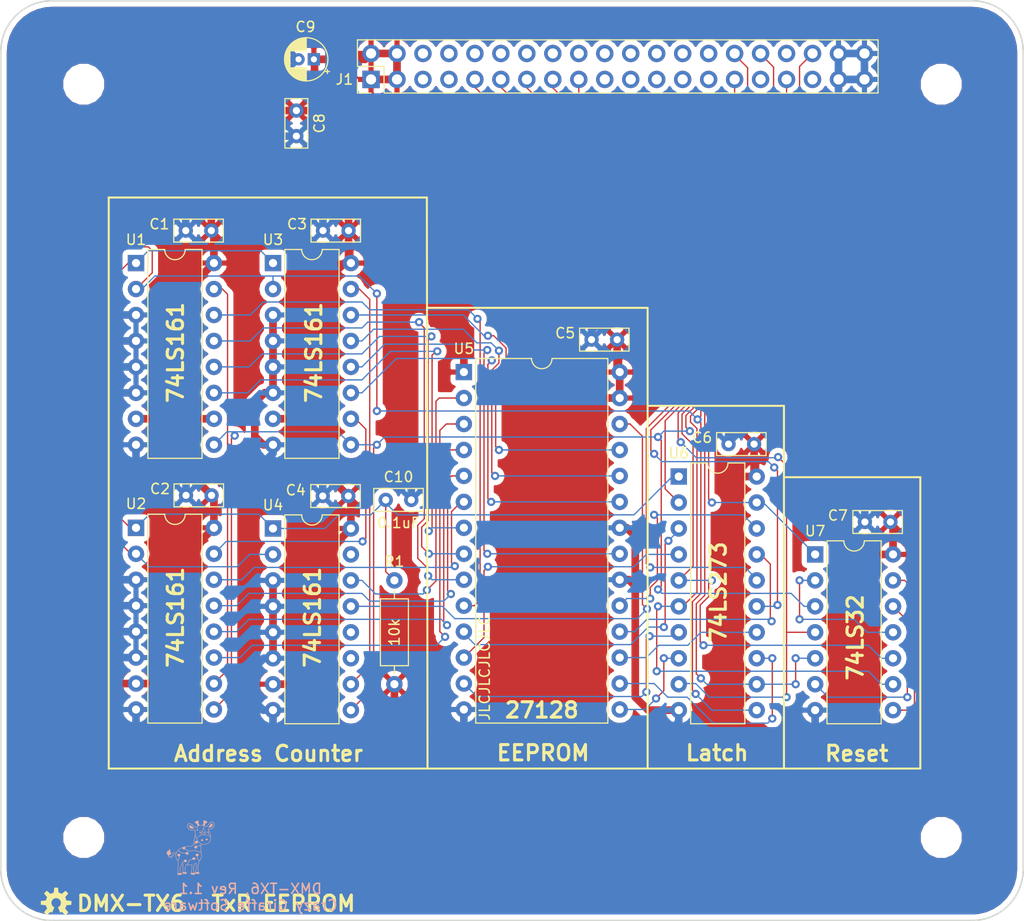
<source format=kicad_pcb>
(kicad_pcb (version 20171130) (host pcbnew "(5.0.0)")
  (title_block (title "DMX Demonstrator - Transmitter-Retro EEPROM (DMX-TX6)") (date 2023-08-22) (rev 1.1) (company "Crazy Giraffe Software") (comment 2 "Designed by: SparkyBobo") (comment 3 "https://creativecommons.org/licenses/by-sa/4.0/ ") (comment 4 "Released under the Creative Commons Attribution Share-Alike 4.0 License"))
  (layers (0 F.Cu signal) (31 B.Cu signal) (34 B.Paste user) (35 F.Paste user) (36 B.SilkS user) (37 F.SilkS user) (38 B.Mask user hide) (39 F.Mask user hide) (44 Edge.Cuts user))
  (net 0 "")
  (net 1 +5V)
  (net 2 GND)
  (net 3 /SAMPLE_LATCH)
  (net 4 /CLK_TX)
  (net 5 /~SAMPLE_RESET)
  (net 6 /~SHIFT_LOAD)
  (net 7 /SAMPLE_SEL0)
  (net 8 /SAMPLE_SEL1)
  (net 9 /DATA_FIXED)
  (net 10 /SHIFT_TRANSMIT)
  (net 11 /~FRAME_RESET)
  (net 12 /~SHIFT_ENABLE)
  (net 13 /IA12)
  (net 14 /IA7)
  (net 15 /IA6)
  (net 16 /IA5)
  (net 17 /IA4)
  (net 18 /IA3)
  (net 19 /IA10)
  (net 20 /IA2)
  (net 21 /IA1)
  (net 22 /IA11)
  (net 23 /IA0)
  (net 24 /IA9)
  (net 25 /IA8)
  (net 26 /CARRY_1)
  (net 27 /CARRY_2)
  (net 28 /CARRY_0)
  (net 29 "Net-(U4-Pad12)")
  (net 30 "Net-(J1-Pad5)")
  (net 31 "Net-(J1-Pad6)")
  (net 32 "Net-(J1-Pad7)")
  (net 33 "Net-(J1-Pad8)")
  (net 34 "Net-(J1-Pad10)")
  (net 35 "Net-(J1-Pad12)")
  (net 36 "Net-(J1-Pad14)")
  (net 37 "Net-(J1-Pad16)")
  (net 38 "Net-(J1-Pad18)")
  (net 39 "Net-(J1-Pad19)")
  (net 40 "Net-(J1-Pad20)")
  (net 41 "Net-(J1-Pad21)")
  (net 42 "Net-(J1-Pad22)")
  (net 43 "Net-(J1-Pad23)")
  (net 44 "Net-(J1-Pad24)")
  (net 45 "Net-(J1-Pad25)")
  (net 46 "Net-(J1-Pad26)")
  (net 47 "Net-(J1-Pad27)")
  (net 48 "Net-(J1-Pad28)")
  (net 49 "Net-(J1-Pad31)")
  (net 50 "Net-(J1-Pad34)")
  (net 51 "Net-(J1-Pad35)")
  (net 52 "Net-(C10-Pad1)")
  (net 53 "Net-(U5-Pad15)")
  (net 54 "Net-(U5-Pad16)")
  (net 55 "Net-(U5-Pad17)")
  (net 56 "Net-(U5-Pad18)")
  (net 57 "Net-(U5-Pad19)")
  (net 58 "Net-(U5-Pad11)")
  (net 59 "Net-(U5-Pad12)")
  (net 60 /IA13)
  (net 61 "Net-(U5-Pad13)")
  (net 62 "Net-(U4-Pad11)")
  (net 63 "Net-(U4-Pad15)")
  (net 64 "Net-(U7-Pad13)")
  (net 65 "Net-(U7-Pad11)")
  (net 66 "Net-(U7-Pad12)")
  (module Resistor_THT:R_Axial_DIN0207_L6.3mm_D2.5mm_P10.16mm_Horizontal (layer F.Cu) (at 125.603 115.57 90)
    (fp_text reference R1 (at 12.0015 0 180) (layer F.SilkS))
    (fp_text value 10k (at 5.08 0 90) (layer F.SilkS))
    (pad 1 thru_hole circle (at 0 0 90) (size 1.6 1.6) (drill 0.8) (layers *.Cu *.Mask) (net 1 +5V))
    (pad 2 thru_hole oval (at 10.16 0 90) (size 1.6 1.6) (drill 0.8) (layers *.Cu *.Mask) (net 52 "Net-(C10-Pad1)"))
  )
  (module Package_DIP:DIP-16_W7.62mm (layer F.Cu) (at 100.33 100.2665)
    (fp_text reference U2 (at 0 -2.3495) (layer F.SilkS))
    (fp_text value 74LS161)
    (pad 16 thru_hole oval (at 7.62 0) (size 1.6 1.6) (drill 0.8) (layers *.Cu *.Mask) (net 1 +5V))
    (pad 8 thru_hole oval (at 0 17.78) (size 1.6 1.6) (drill 0.8) (layers *.Cu *.Mask) (net 2 GND))
    (pad 15 thru_hole oval (at 7.62 2.54) (size 1.6 1.6) (drill 0.8) (layers *.Cu *.Mask) (net 26 /CARRY_1))
    (pad 7 thru_hole oval (at 0 15.24) (size 1.6 1.6) (drill 0.8) (layers *.Cu *.Mask) (net 1 +5V))
    (pad 14 thru_hole oval (at 7.62 5.08) (size 1.6 1.6) (drill 0.8) (layers *.Cu *.Mask) (net 17 /IA4))
    (pad 6 thru_hole oval (at 0 12.7) (size 1.6 1.6) (drill 0.8) (layers *.Cu *.Mask) (net 2 GND))
    (pad 13 thru_hole oval (at 7.62 7.62) (size 1.6 1.6) (drill 0.8) (layers *.Cu *.Mask) (net 16 /IA5))
    (pad 5 thru_hole oval (at 0 10.16) (size 1.6 1.6) (drill 0.8) (layers *.Cu *.Mask) (net 2 GND))
    (pad 12 thru_hole oval (at 7.62 10.16) (size 1.6 1.6) (drill 0.8) (layers *.Cu *.Mask) (net 15 /IA6))
    (pad 4 thru_hole oval (at 0 7.62) (size 1.6 1.6) (drill 0.8) (layers *.Cu *.Mask) (net 2 GND))
    (pad 11 thru_hole oval (at 7.62 12.7) (size 1.6 1.6) (drill 0.8) (layers *.Cu *.Mask) (net 14 /IA7))
    (pad 3 thru_hole oval (at 0 5.08) (size 1.6 1.6) (drill 0.8) (layers *.Cu *.Mask) (net 2 GND))
    (pad 10 thru_hole oval (at 7.62 15.24) (size 1.6 1.6) (drill 0.8) (layers *.Cu *.Mask) (net 28 /CARRY_0))
    (pad 2 thru_hole oval (at 0 2.54) (size 1.6 1.6) (drill 0.8) (layers *.Cu *.Mask) (net 4 /CLK_TX))
    (pad 9 thru_hole oval (at 7.62 17.78) (size 1.6 1.6) (drill 0.8) (layers *.Cu *.Mask) (net 11 /~FRAME_RESET))
    (pad 1 thru_hole rect (at 0 0) (size 1.6 1.6) (drill 0.8) (layers *.Cu *.Mask) (net 52 "Net-(C10-Pad1)"))
  )
  (module Capacitor_THT:CP_Radial_D4.0mm_P1.50mm (layer F.Cu) (at 117.729 54.4195 180)
    (fp_text reference C9 (at 0.8255 3.175 180) (layer F.SilkS))
    (fp_text value 10uF)
    (pad 1 thru_hole rect (at 0 0 180) (size 1.2 1.2) (drill 0.6) (layers *.Cu *.Mask) (net 1 +5V))
    (pad 2 thru_hole circle (at 1.5 0 180) (size 1.2 1.2) (drill 0.6) (layers *.Cu *.Mask) (net 2 GND))
  )
  (module Capacitor_THT:C_Rect_L4.6mm_W2.0mm_P2.50mm_MKS02_FKP02 (layer F.Cu) (at 116.0145 59.436 270)
    (fp_text reference C8 (at 1.25 -2.25 270) (layer F.SilkS))
    (fp_text value 0.1uF)
    (pad 2 thru_hole circle (at 2.5 0 270) (size 1.4 1.4) (drill 0.7) (layers *.Cu *.Mask) (net 2 GND))
    (pad 1 thru_hole circle (at 0 0 270) (size 1.4 1.4) (drill 0.7) (layers *.Cu *.Mask) (net 1 +5V))
  )
  (module Capacitor_THT:C_Rect_L4.6mm_W2.0mm_P2.50mm_MKS02_FKP02 (layer F.Cu) (at 124.754 97.536)
    (fp_text reference C10 (at 1.25 -2.25) (layer F.SilkS))
    (fp_text value 0.1uF (at 1.25 2.25) (layer F.SilkS))
    (pad 1 thru_hole circle (at 0 0) (size 1.4 1.4) (drill 0.7) (layers *.Cu *.Mask) (net 52 "Net-(C10-Pad1)"))
    (pad 2 thru_hole circle (at 2.5 0) (size 1.4 1.4) (drill 0.7) (layers *.Cu *.Mask) (net 2 GND))
  )
  (module Package_DIP:DIP-14_W7.62mm (layer F.Cu) (at 166.751 102.87)
    (fp_text reference U7 (at 0 -2.286) (layer F.SilkS))
    (fp_text value 74LS32)
    (pad 1 thru_hole rect (at 0 0) (size 1.6 1.6) (drill 0.8) (layers *.Cu *.Mask) (net 3 /SAMPLE_LATCH))
    (pad 8 thru_hole oval (at 7.62 15.24) (size 1.6 1.6) (drill 0.8) (layers *.Cu *.Mask) (net 64 "Net-(U7-Pad13)"))
    (pad 2 thru_hole oval (at 0 2.54) (size 1.6 1.6) (drill 0.8) (layers *.Cu *.Mask) (net 65 "Net-(U7-Pad11)"))
    (pad 9 thru_hole oval (at 7.62 12.7) (size 1.6 1.6) (drill 0.8) (layers *.Cu *.Mask) (net 12 /~SHIFT_ENABLE))
    (pad 3 thru_hole oval (at 0 5.08) (size 1.6 1.6) (drill 0.8) (layers *.Cu *.Mask) (net 11 /~FRAME_RESET))
    (pad 10 thru_hole oval (at 7.62 10.16) (size 1.6 1.6) (drill 0.8) (layers *.Cu *.Mask) (net 10 /SHIFT_TRANSMIT))
    (pad 4 thru_hole oval (at 0 7.62) (size 1.6 1.6) (drill 0.8) (layers *.Cu *.Mask) (net 6 /~SHIFT_LOAD))
    (pad 11 thru_hole oval (at 7.62 7.62) (size 1.6 1.6) (drill 0.8) (layers *.Cu *.Mask) (net 65 "Net-(U7-Pad11)"))
    (pad 5 thru_hole oval (at 0 10.16) (size 1.6 1.6) (drill 0.8) (layers *.Cu *.Mask) (net 5 /~SAMPLE_RESET))
    (pad 12 thru_hole oval (at 7.62 5.08) (size 1.6 1.6) (drill 0.8) (layers *.Cu *.Mask) (net 66 "Net-(U7-Pad12)"))
    (pad 6 thru_hole oval (at 0 12.7) (size 1.6 1.6) (drill 0.8) (layers *.Cu *.Mask) (net 66 "Net-(U7-Pad12)"))
    (pad 13 thru_hole oval (at 7.62 2.54) (size 1.6 1.6) (drill 0.8) (layers *.Cu *.Mask) (net 64 "Net-(U7-Pad13)"))
    (pad 7 thru_hole oval (at 0 15.24) (size 1.6 1.6) (drill 0.8) (layers *.Cu *.Mask) (net 2 GND))
    (pad 14 thru_hole oval (at 7.62 0) (size 1.6 1.6) (drill 0.8) (layers *.Cu *.Mask) (net 1 +5V))
  )
  (module Package_DIP:DIP-16_W7.62mm (layer F.Cu) (at 113.7285 100.33)
    (fp_text reference U4 (at 0 -2.286) (layer F.SilkS))
    (fp_text value 74LS161)
    (pad 1 thru_hole rect (at 0 0) (size 1.6 1.6) (drill 0.8) (layers *.Cu *.Mask) (net 52 "Net-(C10-Pad1)"))
    (pad 9 thru_hole oval (at 7.62 17.78) (size 1.6 1.6) (drill 0.8) (layers *.Cu *.Mask) (net 11 /~FRAME_RESET))
    (pad 2 thru_hole oval (at 0 2.54) (size 1.6 1.6) (drill 0.8) (layers *.Cu *.Mask) (net 4 /CLK_TX))
    (pad 10 thru_hole oval (at 7.62 15.24) (size 1.6 1.6) (drill 0.8) (layers *.Cu *.Mask) (net 27 /CARRY_2))
    (pad 3 thru_hole oval (at 0 5.08) (size 1.6 1.6) (drill 0.8) (layers *.Cu *.Mask) (net 2 GND))
    (pad 11 thru_hole oval (at 7.62 12.7) (size 1.6 1.6) (drill 0.8) (layers *.Cu *.Mask) (net 62 "Net-(U4-Pad11)"))
    (pad 4 thru_hole oval (at 0 7.62) (size 1.6 1.6) (drill 0.8) (layers *.Cu *.Mask) (net 2 GND))
    (pad 12 thru_hole oval (at 7.62 10.16) (size 1.6 1.6) (drill 0.8) (layers *.Cu *.Mask) (net 29 "Net-(U4-Pad12)"))
    (pad 5 thru_hole oval (at 0 10.16) (size 1.6 1.6) (drill 0.8) (layers *.Cu *.Mask) (net 2 GND))
    (pad 13 thru_hole oval (at 7.62 7.62) (size 1.6 1.6) (drill 0.8) (layers *.Cu *.Mask) (net 60 /IA13))
    (pad 6 thru_hole oval (at 0 12.7) (size 1.6 1.6) (drill 0.8) (layers *.Cu *.Mask) (net 2 GND))
    (pad 14 thru_hole oval (at 7.62 5.08) (size 1.6 1.6) (drill 0.8) (layers *.Cu *.Mask) (net 13 /IA12))
    (pad 7 thru_hole oval (at 0 15.24) (size 1.6 1.6) (drill 0.8) (layers *.Cu *.Mask) (net 1 +5V))
    (pad 15 thru_hole oval (at 7.62 2.54) (size 1.6 1.6) (drill 0.8) (layers *.Cu *.Mask) (net 63 "Net-(U4-Pad15)"))
    (pad 8 thru_hole oval (at 0 17.78) (size 1.6 1.6) (drill 0.8) (layers *.Cu *.Mask) (net 2 GND))
    (pad 16 thru_hole oval (at 7.62 0) (size 1.6 1.6) (drill 0.8) (layers *.Cu *.Mask) (net 1 +5V))
  )
  (module Package_DIP:DIP-20_W7.62mm (layer F.Cu) (at 153.416 95.25)
    (fp_text reference U6 (at 0 -2.286) (layer F.SilkS))
    (fp_text value 74LS273)
    (pad 1 thru_hole rect (at 0 0) (size 1.6 1.6) (drill 0.8) (layers *.Cu *.Mask) (net 52 "Net-(C10-Pad1)"))
    (pad 11 thru_hole oval (at 7.62 22.86) (size 1.6 1.6) (drill 0.8) (layers *.Cu *.Mask) (net 4 /CLK_TX))
    (pad 2 thru_hole oval (at 0 2.54) (size 1.6 1.6) (drill 0.8) (layers *.Cu *.Mask) (net 9 /DATA_FIXED))
    (pad 12 thru_hole oval (at 7.62 20.32) (size 1.6 1.6) (drill 0.8) (layers *.Cu *.Mask) (net 5 /~SAMPLE_RESET))
    (pad 3 thru_hole oval (at 0 5.08) (size 1.6 1.6) (drill 0.8) (layers *.Cu *.Mask) (net 58 "Net-(U5-Pad11)"))
    (pad 13 thru_hole oval (at 7.62 17.78) (size 1.6 1.6) (drill 0.8) (layers *.Cu *.Mask) (net 54 "Net-(U5-Pad16)"))
    (pad 4 thru_hole oval (at 0 7.62) (size 1.6 1.6) (drill 0.8) (layers *.Cu *.Mask) (net 59 "Net-(U5-Pad12)"))
    (pad 14 thru_hole oval (at 7.62 15.24) (size 1.6 1.6) (drill 0.8) (layers *.Cu *.Mask) (net 55 "Net-(U5-Pad17)"))
    (pad 5 thru_hole oval (at 0 10.16) (size 1.6 1.6) (drill 0.8) (layers *.Cu *.Mask) (net 10 /SHIFT_TRANSMIT))
    (pad 15 thru_hole oval (at 7.62 12.7) (size 1.6 1.6) (drill 0.8) (layers *.Cu *.Mask) (net 7 /SAMPLE_SEL0))
    (pad 6 thru_hole oval (at 0 12.7) (size 1.6 1.6) (drill 0.8) (layers *.Cu *.Mask) (net 12 /~SHIFT_ENABLE))
    (pad 16 thru_hole oval (at 7.62 10.16) (size 1.6 1.6) (drill 0.8) (layers *.Cu *.Mask) (net 8 /SAMPLE_SEL1))
    (pad 7 thru_hole oval (at 0 15.24) (size 1.6 1.6) (drill 0.8) (layers *.Cu *.Mask) (net 61 "Net-(U5-Pad13)"))
    (pad 17 thru_hole oval (at 7.62 7.62) (size 1.6 1.6) (drill 0.8) (layers *.Cu *.Mask) (net 56 "Net-(U5-Pad18)"))
    (pad 8 thru_hole oval (at 0 17.78) (size 1.6 1.6) (drill 0.8) (layers *.Cu *.Mask) (net 53 "Net-(U5-Pad15)"))
    (pad 18 thru_hole oval (at 7.62 5.08) (size 1.6 1.6) (drill 0.8) (layers *.Cu *.Mask) (net 57 "Net-(U5-Pad19)"))
    (pad 9 thru_hole oval (at 0 20.32) (size 1.6 1.6) (drill 0.8) (layers *.Cu *.Mask) (net 6 /~SHIFT_LOAD))
    (pad 19 thru_hole oval (at 7.62 2.54) (size 1.6 1.6) (drill 0.8) (layers *.Cu *.Mask) (net 3 /SAMPLE_LATCH))
    (pad 10 thru_hole oval (at 0 22.86) (size 1.6 1.6) (drill 0.8) (layers *.Cu *.Mask) (net 2 GND))
    (pad 20 thru_hole oval (at 7.62 0) (size 1.6 1.6) (drill 0.8) (layers *.Cu *.Mask) (net 1 +5V))
  )
  (module Capacitor_THT:C_Rect_L4.6mm_W2.0mm_P2.50mm_MKS02_FKP02 (layer F.Cu) (at 107.7195 97.0915 180)
    (fp_text reference C2 (at 5.04 0.635 180) (layer F.SilkS))
    (fp_text value 0.1uF)
    (pad 2 thru_hole circle (at 2.5 0 180) (size 1.4 1.4) (drill 0.7) (layers *.Cu *.Mask) (net 2 GND))
    (pad 1 thru_hole circle (at 0 0 180) (size 1.4 1.4) (drill 0.7) (layers *.Cu *.Mask) (net 1 +5V))
  )
  (module Capacitor_THT:C_Rect_L4.6mm_W2.0mm_P2.50mm_MKS02_FKP02 (layer F.Cu) (at 121.118 71.1835 180)
    (fp_text reference C3 (at 5.04 0.635 180) (layer F.SilkS))
    (fp_text value 0.1uF)
    (pad 1 thru_hole circle (at 0 0 180) (size 1.4 1.4) (drill 0.7) (layers *.Cu *.Mask) (net 1 +5V))
    (pad 2 thru_hole circle (at 2.5 0 180) (size 1.4 1.4) (drill 0.7) (layers *.Cu *.Mask) (net 2 GND))
  )
  (module Capacitor_THT:C_Rect_L4.6mm_W2.0mm_P2.50mm_MKS02_FKP02 (layer F.Cu) (at 121.0945 97.155 180)
    (fp_text reference C4 (at 5.1435 0.5715 180) (layer F.SilkS))
    (fp_text value 0.1uF)
    (pad 2 thru_hole circle (at 2.5 0 180) (size 1.4 1.4) (drill 0.7) (layers *.Cu *.Mask) (net 2 GND))
    (pad 1 thru_hole circle (at 0 0 180) (size 1.4 1.4) (drill 0.7) (layers *.Cu *.Mask) (net 1 +5V))
  )
  (module Capacitor_THT:C_Rect_L4.6mm_W2.0mm_P2.50mm_MKS02_FKP02 (layer F.Cu) (at 147.3835 81.8515 180)
    (fp_text reference C5 (at 5.08 0.635) (layer F.SilkS))
    (fp_text value 0.1uF)
    (pad 1 thru_hole circle (at 0 0 180) (size 1.4 1.4) (drill 0.7) (layers *.Cu *.Mask) (net 1 +5V))
    (pad 2 thru_hole circle (at 2.5 0 180) (size 1.4 1.4) (drill 0.7) (layers *.Cu *.Mask) (net 2 GND))
  )
  (module Capacitor_THT:C_Rect_L4.6mm_W2.0mm_P2.50mm_MKS02_FKP02 (layer F.Cu) (at 160.782 92.075 180)
    (fp_text reference C6 (at 5.08 0.635 180) (layer F.SilkS))
    (fp_text value 0.1uF)
    (pad 2 thru_hole circle (at 2.5 0 180) (size 1.4 1.4) (drill 0.7) (layers *.Cu *.Mask) (net 2 GND))
    (pad 1 thru_hole circle (at 0 0 180) (size 1.4 1.4) (drill 0.7) (layers *.Cu *.Mask) (net 1 +5V))
  )
  (module Capacitor_THT:C_Rect_L4.6mm_W2.0mm_P2.50mm_MKS02_FKP02 (layer F.Cu) (at 174.117 99.695 180)
    (fp_text reference C7 (at 5.1435 0.635 180) (layer F.SilkS))
    (fp_text value 0.1uF)
    (pad 1 thru_hole circle (at 0 0 180) (size 1.4 1.4) (drill 0.7) (layers *.Cu *.Mask) (net 1 +5V))
    (pad 2 thru_hole circle (at 2.5 0 180) (size 1.4 1.4) (drill 0.7) (layers *.Cu *.Mask) (net 2 GND))
  )
  (module Capacitor_THT:C_Rect_L4.6mm_W2.0mm_P2.50mm_MKS02_FKP02 (layer F.Cu) (at 107.696 71.1835 180)
    (fp_text reference C1 (at 5.08 0.635 180) (layer F.SilkS))
    (fp_text value 0.1uF)
    (pad 1 thru_hole circle (at 0 0 180) (size 1.4 1.4) (drill 0.7) (layers *.Cu *.Mask) (net 1 +5V))
    (pad 2 thru_hole circle (at 2.5 0 180) (size 1.4 1.4) (drill 0.7) (layers *.Cu *.Mask) (net 2 GND))
  )
  (module Package_DIP:DIP-16_W7.62mm (layer F.Cu) (at 100.33 74.3585)
    (fp_text reference U1 (at 0 -2.286) (layer F.SilkS))
    (fp_text value 74LS161)
    (pad 1 thru_hole rect (at 0 0) (size 1.6 1.6) (drill 0.8) (layers *.Cu *.Mask) (net 52 "Net-(C10-Pad1)"))
    (pad 9 thru_hole oval (at 7.62 17.78) (size 1.6 1.6) (drill 0.8) (layers *.Cu *.Mask) (net 11 /~FRAME_RESET))
    (pad 2 thru_hole oval (at 0 2.54) (size 1.6 1.6) (drill 0.8) (layers *.Cu *.Mask) (net 4 /CLK_TX))
    (pad 10 thru_hole oval (at 7.62 15.24) (size 1.6 1.6) (drill 0.8) (layers *.Cu *.Mask) (net 1 +5V))
    (pad 3 thru_hole oval (at 0 5.08) (size 1.6 1.6) (drill 0.8) (layers *.Cu *.Mask) (net 2 GND))
    (pad 11 thru_hole oval (at 7.62 12.7) (size 1.6 1.6) (drill 0.8) (layers *.Cu *.Mask) (net 18 /IA3))
    (pad 4 thru_hole oval (at 0 7.62) (size 1.6 1.6) (drill 0.8) (layers *.Cu *.Mask) (net 2 GND))
    (pad 12 thru_hole oval (at 7.62 10.16) (size 1.6 1.6) (drill 0.8) (layers *.Cu *.Mask) (net 20 /IA2))
    (pad 5 thru_hole oval (at 0 10.16) (size 1.6 1.6) (drill 0.8) (layers *.Cu *.Mask) (net 2 GND))
    (pad 13 thru_hole oval (at 7.62 7.62) (size 1.6 1.6) (drill 0.8) (layers *.Cu *.Mask) (net 21 /IA1))
    (pad 6 thru_hole oval (at 0 12.7) (size 1.6 1.6) (drill 0.8) (layers *.Cu *.Mask) (net 2 GND))
    (pad 14 thru_hole oval (at 7.62 5.08) (size 1.6 1.6) (drill 0.8) (layers *.Cu *.Mask) (net 23 /IA0))
    (pad 7 thru_hole oval (at 0 15.24) (size 1.6 1.6) (drill 0.8) (layers *.Cu *.Mask) (net 1 +5V))
    (pad 15 thru_hole oval (at 7.62 2.54) (size 1.6 1.6) (drill 0.8) (layers *.Cu *.Mask) (net 28 /CARRY_0))
    (pad 8 thru_hole oval (at 0 17.78) (size 1.6 1.6) (drill 0.8) (layers *.Cu *.Mask) (net 2 GND))
    (pad 16 thru_hole oval (at 7.62 0) (size 1.6 1.6) (drill 0.8) (layers *.Cu *.Mask) (net 1 +5V))
  )
  (module Package_DIP:DIP-16_W7.62mm (layer F.Cu) (at 113.7285 74.3585)
    (fp_text reference U3 (at 0 -2.286) (layer F.SilkS))
    (fp_text value 74LS161)
    (pad 1 thru_hole rect (at 0 0) (size 1.6 1.6) (drill 0.8) (layers *.Cu *.Mask) (net 52 "Net-(C10-Pad1)"))
    (pad 9 thru_hole oval (at 7.62 17.78) (size 1.6 1.6) (drill 0.8) (layers *.Cu *.Mask) (net 11 /~FRAME_RESET))
    (pad 2 thru_hole oval (at 0 2.54) (size 1.6 1.6) (drill 0.8) (layers *.Cu *.Mask) (net 4 /CLK_TX))
    (pad 10 thru_hole oval (at 7.62 15.24) (size 1.6 1.6) (drill 0.8) (layers *.Cu *.Mask) (net 26 /CARRY_1))
    (pad 3 thru_hole oval (at 0 5.08) (size 1.6 1.6) (drill 0.8) (layers *.Cu *.Mask) (net 2 GND))
    (pad 11 thru_hole oval (at 7.62 12.7) (size 1.6 1.6) (drill 0.8) (layers *.Cu *.Mask) (net 22 /IA11))
    (pad 4 thru_hole oval (at 0 7.62) (size 1.6 1.6) (drill 0.8) (layers *.Cu *.Mask) (net 2 GND))
    (pad 12 thru_hole oval (at 7.62 10.16) (size 1.6 1.6) (drill 0.8) (layers *.Cu *.Mask) (net 19 /IA10))
    (pad 5 thru_hole oval (at 0 10.16) (size 1.6 1.6) (drill 0.8) (layers *.Cu *.Mask) (net 2 GND))
    (pad 13 thru_hole oval (at 7.62 7.62) (size 1.6 1.6) (drill 0.8) (layers *.Cu *.Mask) (net 24 /IA9))
    (pad 6 thru_hole oval (at 0 12.7) (size 1.6 1.6) (drill 0.8) (layers *.Cu *.Mask) (net 2 GND))
    (pad 14 thru_hole oval (at 7.62 5.08) (size 1.6 1.6) (drill 0.8) (layers *.Cu *.Mask) (net 25 /IA8))
    (pad 7 thru_hole oval (at 0 15.24) (size 1.6 1.6) (drill 0.8) (layers *.Cu *.Mask) (net 1 +5V))
    (pad 15 thru_hole oval (at 7.62 2.54) (size 1.6 1.6) (drill 0.8) (layers *.Cu *.Mask) (net 27 /CARRY_2))
    (pad 8 thru_hole oval (at 0 17.78) (size 1.6 1.6) (drill 0.8) (layers *.Cu *.Mask) (net 2 GND))
    (pad 16 thru_hole oval (at 7.62 0) (size 1.6 1.6) (drill 0.8) (layers *.Cu *.Mask) (net 1 +5V))
  )
  (module Package_DIP:DIP-28_W15.24mm (layer F.Cu) (at 132.3975 85.0265)
    (fp_text reference U5 (at 0 -2.286) (layer F.SilkS))
    (fp_text value 27128)
    (pad 1 thru_hole rect (at 0 0) (size 1.6 1.6) (drill 0.8) (layers *.Cu *.Mask) (net 1 +5V))
    (pad 15 thru_hole oval (at 15.24 33.02) (size 1.6 1.6) (drill 0.8) (layers *.Cu *.Mask) (net 53 "Net-(U5-Pad15)"))
    (pad 2 thru_hole oval (at 0 2.54) (size 1.6 1.6) (drill 0.8) (layers *.Cu *.Mask) (net 13 /IA12))
    (pad 16 thru_hole oval (at 15.24 30.48) (size 1.6 1.6) (drill 0.8) (layers *.Cu *.Mask) (net 54 "Net-(U5-Pad16)"))
    (pad 3 thru_hole oval (at 0 5.08) (size 1.6 1.6) (drill 0.8) (layers *.Cu *.Mask) (net 14 /IA7))
    (pad 17 thru_hole oval (at 15.24 27.94) (size 1.6 1.6) (drill 0.8) (layers *.Cu *.Mask) (net 55 "Net-(U5-Pad17)"))
    (pad 4 thru_hole oval (at 0 7.62) (size 1.6 1.6) (drill 0.8) (layers *.Cu *.Mask) (net 15 /IA6))
    (pad 18 thru_hole oval (at 15.24 25.4) (size 1.6 1.6) (drill 0.8) (layers *.Cu *.Mask) (net 56 "Net-(U5-Pad18)"))
    (pad 5 thru_hole oval (at 0 10.16) (size 1.6 1.6) (drill 0.8) (layers *.Cu *.Mask) (net 16 /IA5))
    (pad 19 thru_hole oval (at 15.24 22.86) (size 1.6 1.6) (drill 0.8) (layers *.Cu *.Mask) (net 57 "Net-(U5-Pad19)"))
    (pad 6 thru_hole oval (at 0 12.7) (size 1.6 1.6) (drill 0.8) (layers *.Cu *.Mask) (net 17 /IA4))
    (pad 20 thru_hole oval (at 15.24 20.32) (size 1.6 1.6) (drill 0.8) (layers *.Cu *.Mask) (net 2 GND))
    (pad 7 thru_hole oval (at 0 15.24) (size 1.6 1.6) (drill 0.8) (layers *.Cu *.Mask) (net 18 /IA3))
    (pad 21 thru_hole oval (at 15.24 17.78) (size 1.6 1.6) (drill 0.8) (layers *.Cu *.Mask) (net 19 /IA10))
    (pad 8 thru_hole oval (at 0 17.78) (size 1.6 1.6) (drill 0.8) (layers *.Cu *.Mask) (net 20 /IA2))
    (pad 22 thru_hole oval (at 15.24 15.24) (size 1.6 1.6) (drill 0.8) (layers *.Cu *.Mask) (net 2 GND))
    (pad 9 thru_hole oval (at 0 20.32) (size 1.6 1.6) (drill 0.8) (layers *.Cu *.Mask) (net 21 /IA1))
    (pad 23 thru_hole oval (at 15.24 12.7) (size 1.6 1.6) (drill 0.8) (layers *.Cu *.Mask) (net 22 /IA11))
    (pad 10 thru_hole oval (at 0 22.86) (size 1.6 1.6) (drill 0.8) (layers *.Cu *.Mask) (net 23 /IA0))
    (pad 24 thru_hole oval (at 15.24 10.16) (size 1.6 1.6) (drill 0.8) (layers *.Cu *.Mask) (net 24 /IA9))
    (pad 11 thru_hole oval (at 0 25.4) (size 1.6 1.6) (drill 0.8) (layers *.Cu *.Mask) (net 58 "Net-(U5-Pad11)"))
    (pad 25 thru_hole oval (at 15.24 7.62) (size 1.6 1.6) (drill 0.8) (layers *.Cu *.Mask) (net 25 /IA8))
    (pad 12 thru_hole oval (at 0 27.94) (size 1.6 1.6) (drill 0.8) (layers *.Cu *.Mask) (net 59 "Net-(U5-Pad12)"))
    (pad 26 thru_hole oval (at 15.24 5.08) (size 1.6 1.6) (drill 0.8) (layers *.Cu *.Mask) (net 60 /IA13))
    (pad 13 thru_hole oval (at 0 30.48) (size 1.6 1.6) (drill 0.8) (layers *.Cu *.Mask) (net 61 "Net-(U5-Pad13)"))
    (pad 27 thru_hole oval (at 15.24 2.54) (size 1.6 1.6) (drill 0.8) (layers *.Cu *.Mask) (net 1 +5V))
    (pad 14 thru_hole oval (at 0 33.02) (size 1.6 1.6) (drill 0.8) (layers *.Cu *.Mask) (net 2 GND))
    (pad 28 thru_hole oval (at 15.24 0) (size 1.6 1.6) (drill 0.8) (layers *.Cu *.Mask) (net 1 +5V))
  )
  (module Connector_PinHeader_2.54mm:PinHeader_2x20_P2.54mm_Vertical (layer F.Cu) (at 123.317 56.388 90)
    (fp_text reference J1 (at 0 -2.6035 180) (layer F.SilkS))
    (fp_text value Expansion)
    (pad 1 thru_hole rect (at 0 0 90) (size 1.7 1.7) (drill 1) (layers *.Cu *.Mask) (net 1 +5V))
    (pad 2 thru_hole oval (at 2.54 0 90) (size 1.7 1.7) (drill 1) (layers *.Cu *.Mask) (net 1 +5V))
    (pad 3 thru_hole oval (at 0 2.54 90) (size 1.7 1.7) (drill 1) (layers *.Cu *.Mask) (net 1 +5V))
    (pad 4 thru_hole oval (at 2.54 2.54 90) (size 1.7 1.7) (drill 1) (layers *.Cu *.Mask) (net 1 +5V))
    (pad 5 thru_hole oval (at 0 5.08 90) (size 1.7 1.7) (drill 1) (layers *.Cu *.Mask) (net 30 "Net-(J1-Pad5)"))
    (pad 6 thru_hole oval (at 2.54 5.08 90) (size 1.7 1.7) (drill 1) (layers *.Cu *.Mask) (net 31 "Net-(J1-Pad6)"))
    (pad 7 thru_hole oval (at 0 7.62 90) (size 1.7 1.7) (drill 1) (layers *.Cu *.Mask) (net 32 "Net-(J1-Pad7)"))
    (pad 8 thru_hole oval (at 2.54 7.62 90) (size 1.7 1.7) (drill 1) (layers *.Cu *.Mask) (net 33 "Net-(J1-Pad8)"))
    (pad 9 thru_hole oval (at 0 10.16 90) (size 1.7 1.7) (drill 1) (layers *.Cu *.Mask) (net 8 /SAMPLE_SEL1))
    (pad 10 thru_hole oval (at 2.54 10.16 90) (size 1.7 1.7) (drill 1) (layers *.Cu *.Mask) (net 34 "Net-(J1-Pad10)"))
    (pad 11 thru_hole oval (at 0 12.7 90) (size 1.7 1.7) (drill 1) (layers *.Cu *.Mask) (net 7 /SAMPLE_SEL0))
    (pad 12 thru_hole oval (at 2.54 12.7 90) (size 1.7 1.7) (drill 1) (layers *.Cu *.Mask) (net 35 "Net-(J1-Pad12)"))
    (pad 13 thru_hole oval (at 0 15.24 90) (size 1.7 1.7) (drill 1) (layers *.Cu *.Mask) (net 9 /DATA_FIXED))
    (pad 14 thru_hole oval (at 2.54 15.24 90) (size 1.7 1.7) (drill 1) (layers *.Cu *.Mask) (net 36 "Net-(J1-Pad14)"))
    (pad 15 thru_hole oval (at 0 17.78 90) (size 1.7 1.7) (drill 1) (layers *.Cu *.Mask) (net 6 /~SHIFT_LOAD))
    (pad 16 thru_hole oval (at 2.54 17.78 90) (size 1.7 1.7) (drill 1) (layers *.Cu *.Mask) (net 37 "Net-(J1-Pad16)"))
    (pad 17 thru_hole oval (at 0 20.32 90) (size 1.7 1.7) (drill 1) (layers *.Cu *.Mask) (net 10 /SHIFT_TRANSMIT))
    (pad 18 thru_hole oval (at 2.54 20.32 90) (size 1.7 1.7) (drill 1) (layers *.Cu *.Mask) (net 38 "Net-(J1-Pad18)"))
    (pad 19 thru_hole oval (at 0 22.86 90) (size 1.7 1.7) (drill 1) (layers *.Cu *.Mask) (net 39 "Net-(J1-Pad19)"))
    (pad 20 thru_hole oval (at 2.54 22.86 90) (size 1.7 1.7) (drill 1) (layers *.Cu *.Mask) (net 40 "Net-(J1-Pad20)"))
    (pad 21 thru_hole oval (at 0 25.4 90) (size 1.7 1.7) (drill 1) (layers *.Cu *.Mask) (net 41 "Net-(J1-Pad21)"))
    (pad 22 thru_hole oval (at 2.54 25.4 90) (size 1.7 1.7) (drill 1) (layers *.Cu *.Mask) (net 42 "Net-(J1-Pad22)"))
    (pad 23 thru_hole oval (at 0 27.94 90) (size 1.7 1.7) (drill 1) (layers *.Cu *.Mask) (net 43 "Net-(J1-Pad23)"))
    (pad 24 thru_hole oval (at 2.54 27.94 90) (size 1.7 1.7) (drill 1) (layers *.Cu *.Mask) (net 44 "Net-(J1-Pad24)"))
    (pad 25 thru_hole oval (at 0 30.48 90) (size 1.7 1.7) (drill 1) (layers *.Cu *.Mask) (net 45 "Net-(J1-Pad25)"))
    (pad 26 thru_hole oval (at 2.54 30.48 90) (size 1.7 1.7) (drill 1) (layers *.Cu *.Mask) (net 46 "Net-(J1-Pad26)"))
    (pad 27 thru_hole oval (at 0 33.02 90) (size 1.7 1.7) (drill 1) (layers *.Cu *.Mask) (net 47 "Net-(J1-Pad27)"))
    (pad 28 thru_hole oval (at 2.54 33.02 90) (size 1.7 1.7) (drill 1) (layers *.Cu *.Mask) (net 48 "Net-(J1-Pad28)"))
    (pad 29 thru_hole oval (at 0 35.56 90) (size 1.7 1.7) (drill 1) (layers *.Cu *.Mask) (net 11 /~FRAME_RESET))
    (pad 30 thru_hole oval (at 2.54 35.56 90) (size 1.7 1.7) (drill 1) (layers *.Cu *.Mask) (net 12 /~SHIFT_ENABLE))
    (pad 31 thru_hole oval (at 0 38.1 90) (size 1.7 1.7) (drill 1) (layers *.Cu *.Mask) (net 49 "Net-(J1-Pad31)"))
    (pad 32 thru_hole oval (at 2.54 38.1 90) (size 1.7 1.7) (drill 1) (layers *.Cu *.Mask) (net 4 /CLK_TX))
    (pad 33 thru_hole oval (at 0 40.64 90) (size 1.7 1.7) (drill 1) (layers *.Cu *.Mask) (net 5 /~SAMPLE_RESET))
    (pad 34 thru_hole oval (at 2.54 40.64 90) (size 1.7 1.7) (drill 1) (layers *.Cu *.Mask) (net 50 "Net-(J1-Pad34)"))
    (pad 35 thru_hole oval (at 0 43.18 90) (size 1.7 1.7) (drill 1) (layers *.Cu *.Mask) (net 51 "Net-(J1-Pad35)"))
    (pad 36 thru_hole oval (at 2.54 43.18 90) (size 1.7 1.7) (drill 1) (layers *.Cu *.Mask) (net 3 /SAMPLE_LATCH))
    (pad 37 thru_hole oval (at 0 45.72 90) (size 1.7 1.7) (drill 1) (layers *.Cu *.Mask) (net 2 GND))
    (pad 38 thru_hole oval (at 2.54 45.72 90) (size 1.7 1.7) (drill 1) (layers *.Cu *.Mask) (net 2 GND))
    (pad 39 thru_hole oval (at 0 48.26 90) (size 1.7 1.7) (drill 1) (layers *.Cu *.Mask) (net 2 GND))
    (pad 40 thru_hole oval (at 2.54 48.26 90) (size 1.7 1.7) (drill 1) (layers *.Cu *.Mask) (net 2 GND))
  )
  (module MountingHole:MountingHole_3mm (layer F.Cu) (at 179.088 56.856)
    (fp_text reference MH3 hide)
    (fp_text value MountingHole)
    (pad 1 np_thru_hole circle (at 0 0) (size 3 3) (drill 3) (layers *.Cu *.Mask))
  )
  (module MountingHole:MountingHole_3mm (layer F.Cu) (at 95.218 56.856)
    (fp_text reference MH1 hide)
    (fp_text value MountingHole)
    (pad 1 np_thru_hole circle (at 0 0) (size 3 3) (drill 3) (layers *.Cu *.Mask))
  )
  (module MountingHole:MountingHole_3mm (layer F.Cu) (at 95.218 130.566)
    (fp_text reference MH2 hide)
    (fp_text value MountingHole)
    (pad 1 np_thru_hole circle (at 0 0) (size 3 3) (drill 3) (layers *.Cu *.Mask))
  )
  (module MountingHole:MountingHole_3mm (layer F.Cu) (at 179.088 130.566)
    (fp_text reference MH4 hide)
    (fp_text value MountingHole)
    (pad 1 np_thru_hole circle (at 0 0) (size 3 3) (drill 3) (layers *.Cu *.Mask))
  )
  (module footprints:logo_cr_5x5 (layer B.Cu) (at 105.664 131.572 180)
    (fp_text reference G*** hide)
    (fp_text value LOGO hide)
  )
  (module footprints:OSHW-LOGO-S (layer F.Cu) (at 92.5195 136.9695)
    (fp_text reference "" (at 0 0) (layer F.SilkS) (effects (font (size 1.524 1.524))))
    (fp_text value "" (at 0 0) (layer F.SilkS) (effects (font (size 1.524 1.524))))
  )
  (gr_text 74LS32 (at 170.688 110.998 90) (layer F.SilkS) (effects (font (size 1.5 1.5) (thickness 0.3))))
  (gr_text 74LS273 (at 157.2895 106.553 90) (layer F.SilkS) (effects (font (size 1.5 1.5) (thickness 0.3))))
  (gr_text 27128 (at 140.0175 118.11) (layer F.SilkS) (effects (font (size 1.5 1.5) (thickness 0.3))))
  (gr_text 74LS161 (at 104.2035 109.0295 90) (layer F.SilkS) (effects (font (size 1.5 1.5) (thickness 0.3))))
  (gr_text 74LS161 (at 117.602 109.0295 90) (layer F.SilkS) (effects (font (size 1.5 1.5) (thickness 0.3))))
  (gr_text 74LS161 (at 117.729 83.1215 90) (layer F.SilkS) (effects (font (size 1.5 1.5) (thickness 0.3))))
  (gr_text 74LS161 (at 104.2035 83.1215 90) (layer F.SilkS) (effects (font (size 1.5 1.5) (thickness 0.3))))
  (gr_text JLCJLCJLCJLC (at 134.4295 113.9825 90) (layer F.SilkS) (effects (font (size 1 1))))
  (gr_line (start 163.703 88.3285) (end 163.703 95.3135) (layer F.SilkS) (width 0.2))
  (gr_text Reset (at 170.815 122.3645) (layer F.SilkS) (effects (font (size 1.5 1.5) (thickness 0.3))))
  (gr_line (start 177.038 123.825) (end 163.703 123.825) (layer F.SilkS) (width 0.2))
  (gr_line (start 177.038 95.3135) (end 177.038 123.825) (layer F.SilkS) (width 0.2))
  (gr_line (start 163.703 95.3135) (end 177.038 95.3135) (layer F.SilkS) (width 0.2))
  (gr_text Latch (at 157.1625 122.301) (layer F.SilkS) (effects (font (size 1.5 1.5) (thickness 0.3))))
  (gr_text EEPROM (at 140.1445 122.301) (layer F.SilkS) (effects (font (size 1.5 1.5) (thickness 0.3))))
  (gr_line (start 150.368 78.74) (end 150.368 123.825) (layer F.SilkS) (width 0.2))
  (gr_line (start 128.778 78.74) (end 150.368 78.74) (layer F.SilkS) (width 0.2))
  (gr_line (start 150.368 95.25) (end 150.368 95.3135) (layer F.SilkS) (width 0.2))
  (gr_line (start 163.703 88.3285) (end 150.368 88.3285) (layer F.SilkS) (width 0.2))
  (gr_line (start 163.703 123.825) (end 163.703 95.3135) (layer F.SilkS) (width 0.2))
  (gr_text "Address Counter" (at 113.284 122.3645) (layer F.SilkS) (effects (font (size 1.5 1.5) (thickness 0.3))))
  (gr_line (start 97.7265 67.945) (end 97.663 67.945) (layer F.SilkS) (width 0.2))
  (gr_line (start 97.663 123.825) (end 97.663 67.945) (layer F.SilkS) (width 0.2))
  (gr_line (start 163.703 123.825) (end 97.663 123.825) (layer F.SilkS) (width 0.2))
  (gr_line (start 128.778 67.945) (end 128.8415 123.7615) (layer F.SilkS) (width 0.2))
  (gr_line (start 97.663 67.945) (end 128.778 67.945) (layer F.SilkS) (width 0.2))
  (gr_text "TxR EEPROM" (at 114.7445 137.033) (layer F.SilkS) (effects (font (size 1.5 1.5) (thickness 0.3))))
  (gr_text DMX-TX6 (at 99.822 137.033) (layer F.SilkS) (effects (font (size 1.5 1.5) (thickness 0.3))))
  (gr_line (start 187.104 133.692) (end 187.104 53.692) (layer Edge.Cuts) (width 0.1524))
  (gr_line (start 92.104 138.692) (end 182.104 138.692) (layer Edge.Cuts) (width 0.1524))
  (gr_line (start 87.104 53.692) (end 87.104 133.692) (layer Edge.Cuts) (width 0.1524))
  (gr_line (start 182.104 48.692) (end 92.104 48.692) (layer Edge.Cuts) (width 0.1524))
  (gr_arc (start 92.104 133.692) (end 87.104 133.692) (angle -90) (layer Edge.Cuts) (width 0.1524))
  (gr_arc (start 92.104 53.692) (end 92.104 48.692) (angle -90) (layer Edge.Cuts) (width 0.1524))
  (gr_arc (start 182.104 53.692) (end 187.104 53.692) (angle -90) (layer Edge.Cuts) (width 0.1524))
  (gr_arc (start 182.104 133.692) (end 182.104 138.692) (angle -90) (layer Edge.Cuts) (width 0.1524))
  (gr_text "DMX-TX6, Rev 1.1\nCrazy Giraffe Software" (at 111.506 136.398) (layer B.SilkS) (effects (font (size 1 1)) (justify mirror)))
  (segment (start 122.7455 54.4195) (end 123.317 53.848) (width 0.75) (layer F.Cu) (net 1))
  (segment (start 117.7925 54.4195) (end 122.7455 54.4195) (width 0.75) (layer F.Cu) (net 1))
  (segment (start 123.317 53.848) (end 125.857 53.848) (width 0.75) (layer F.Cu) (net 1))
  (segment (start 125.857 53.848) (end 125.857 56.388) (width 0.75) (layer F.Cu) (net 1))
  (segment (start 125.857 56.388) (end 123.317 56.388) (width 0.75) (layer F.Cu) (net 1))
  (segment (start 117.7925 54.4195) (end 117.7925 59.436) (width 0.75) (layer F.Cu) (net 1))
  (segment (start 117.7925 59.436) (end 116.0145 59.436) (width 0.75) (layer F.Cu) (net 1))
  (segment (start 106.1085 102.108) (end 107.95 100.2665) (width 0.75) (layer F.Cu) (net 1))
  (segment (start 107.95 97.322) (end 107.7195 97.0915) (width 0.75) (layer F.Cu) (net 1))
  (segment (start 107.95 100.2665) (end 107.95 97.322) (width 0.75) (layer F.Cu) (net 1))
  (segment (start 106.172 76.1365) (end 107.95 74.3585) (width 0.75) (layer F.Cu) (net 1))
  (segment (start 107.95 71.4375) (end 107.696 71.1835) (width 0.75) (layer F.Cu) (net 1))
  (segment (start 107.95 74.3585) (end 107.95 71.4375) (width 0.75) (layer F.Cu) (net 1))
  (segment (start 121.118 74.128) (end 121.3485 74.3585) (width 0.75) (layer F.Cu) (net 1))
  (segment (start 121.118 71.1835) (end 121.118 74.128) (width 0.75) (layer F.Cu) (net 1))
  (segment (start 121.3485 74.3585) (end 120.7135 74.3585) (width 0.75) (layer F.Cu) (net 1))
  (segment (start 120.7135 74.3585) (end 119.507 75.565) (width 0.75) (layer F.Cu) (net 1))
  (segment (start 119.4435 89.5985) (end 119.507 89.662) (width 0.75) (layer F.Cu) (net 1))
  (segment (start 113.7285 89.5985) (end 119.4435 89.5985) (width 0.75) (layer F.Cu) (net 1))
  (segment (start 119.507 75.565) (end 119.507 89.662) (width 0.75) (layer F.Cu) (net 1))
  (segment (start 107.95 89.5985) (end 106.172 89.5985) (width 0.75) (layer F.Cu) (net 1))
  (segment (start 106.172 89.5985) (end 106.172 76.1365) (width 0.75) (layer F.Cu) (net 1))
  (segment (start 100.33 89.5985) (end 106.172 89.5985) (width 0.75) (layer F.Cu) (net 1))
  (segment (start 147.6375 85.0265) (end 147.6375 87.5665) (width 0.75) (layer F.Cu) (net 1))
  (segment (start 147.6375 87.5665) (end 146.304 87.5665) (width 0.75) (layer F.Cu) (net 1))
  (segment (start 146.304 87.5665) (end 145.6055 88.265) (width 0.75) (layer F.Cu) (net 1))
  (segment (start 145.6055 88.265) (end 145.6055 120.3325) (width 0.75) (layer F.Cu) (net 1))
  (segment (start 104.394 59.436) (end 116.0145 59.436) (width 0.75) (layer F.Cu) (net 1))
  (segment (start 96.7105 89.5985) (end 96.647 89.662) (width 0.75) (layer F.Cu) (net 1))
  (segment (start 96.7105 115.5065) (end 96.647 115.443) (width 0.75) (layer F.Cu) (net 1))
  (segment (start 100.33 115.5065) (end 96.7105 115.5065) (width 0.75) (layer F.Cu) (net 1))
  (segment (start 96.647 120.3325) (end 96.647 115.443) (width 0.75) (layer F.Cu) (net 1))
  (segment (start 96.647 115.443) (end 96.647 89.662) (width 0.75) (layer F.Cu) (net 1))
  (segment (start 100.33 115.5065) (end 106.1085 115.5065) (width 0.75) (layer F.Cu) (net 1))
  (segment (start 106.1085 115.5065) (end 106.1085 102.108) (width 0.75) (layer F.Cu) (net 1))
  (segment (start 119.634 120.3325) (end 96.647 120.3325) (width 0.75) (layer F.Cu) (net 1))
  (segment (start 124.587 120.3325) (end 119.634 120.3325) (width 0.75) (layer F.Cu) (net 1))
  (segment (start 147.3835 84.7725) (end 147.6375 85.0265) (width 0.75) (layer F.Cu) (net 1))
  (segment (start 147.3835 81.8515) (end 147.3835 84.7725) (width 0.75) (layer F.Cu) (net 1))
  (segment (start 159.258 120.3325) (end 145.6055 120.3325) (width 0.75) (layer F.Cu) (net 1))
  (segment (start 159.258 103.1875) (end 159.258 120.3325) (width 0.75) (layer F.Cu) (net 1))
  (segment (start 104.394 68.199) (end 104.394 59.436) (width 0.75) (layer F.Cu) (net 1))
  (segment (start 96.647 89.662) (end 96.647 68.199) (width 0.75) (layer F.Cu) (net 1))
  (segment (start 132.3975 68.199) (end 132.3975 85.0265) (width 0.75) (layer F.Cu) (net 1))
  (segment (start 121.118 68.239) (end 121.158 68.199) (width 0.75) (layer F.Cu) (net 1))
  (segment (start 121.118 71.1835) (end 121.118 68.239) (width 0.75) (layer F.Cu) (net 1))
  (segment (start 121.158 68.199) (end 132.3975 68.199) (width 0.75) (layer F.Cu) (net 1))
  (segment (start 107.696 71.1835) (end 107.696 68.199) (width 0.75) (layer F.Cu) (net 1))
  (segment (start 96.647 68.199) (end 107.696 68.199) (width 0.75) (layer F.Cu) (net 1))
  (segment (start 107.696 68.199) (end 121.158 68.199) (width 0.75) (layer F.Cu) (net 1))
  (segment (start 119.634 102.0445) (end 121.3485 100.33) (width 0.75) (layer F.Cu) (net 1))
  (segment (start 119.634 110.363) (end 119.634 102.0445) (width 0.75) (layer F.Cu) (net 1))
  (segment (start 121.3485 97.409) (end 121.0945 97.155) (width 0.75) (layer F.Cu) (net 1))
  (segment (start 121.3485 100.33) (end 121.3485 97.409) (width 0.75) (layer F.Cu) (net 1))
  (segment (start 119.507 95.5675) (end 121.0945 97.155) (width 0.75) (layer F.Cu) (net 1))
  (segment (start 119.507 89.662) (end 119.507 95.5675) (width 0.75) (layer F.Cu) (net 1))
  (segment (start 106.172 95.544) (end 107.7195 97.0915) (width 0.75) (layer F.Cu) (net 1))
  (segment (start 106.172 89.5985) (end 106.172 95.544) (width 0.75) (layer F.Cu) (net 1))
  (segment (start 145.6055 120.3325) (end 125.603 120.3325) (width 0.75) (layer F.Cu) (net 1))
  (segment (start 125.603 120.3325) (end 124.587 120.3325) (width 0.75) (layer F.Cu) (net 1))
  (segment (start 125.603 115.57) (end 125.603 120.3325) (width 0.75) (layer F.Cu) (net 1))
  (segment (start 160.782 94.996) (end 161.036 95.25) (width 0.75) (layer F.Cu) (net 1))
  (segment (start 160.782 92.075) (end 160.782 94.996) (width 0.75) (layer F.Cu) (net 1))
  (segment (start 161.036 95.25) (end 159.8295 95.25) (width 0.75) (layer F.Cu) (net 1))
  (segment (start 159.258 95.8215) (end 159.258 103.1875) (width 0.75) (layer F.Cu) (net 1))
  (segment (start 159.8295 95.25) (end 159.258 95.8215) (width 0.75) (layer F.Cu) (net 1))
  (segment (start 113.7285 115.57) (end 119.634 115.57) (width 0.75) (layer F.Cu) (net 1))
  (segment (start 119.634 110.363) (end 119.634 115.57) (width 0.75) (layer F.Cu) (net 1))
  (segment (start 119.634 115.57) (end 119.634 120.3325) (width 0.75) (layer F.Cu) (net 1))
  (segment (start 159.258 120.3325) (end 171.7675 120.3325) (width 0.75) (layer F.Cu) (net 1))
  (segment (start 171.7675 120.3325) (end 172.593 119.507) (width 0.75) (layer F.Cu) (net 1))
  (segment (start 172.593 119.507) (end 172.593 103.4415) (width 0.75) (layer F.Cu) (net 1))
  (segment (start 173.1645 102.87) (end 174.371 102.87) (width 0.75) (layer F.Cu) (net 1))
  (segment (start 172.593 103.4415) (end 173.1645 102.87) (width 0.75) (layer F.Cu) (net 1))
  (segment (start 174.371 99.949) (end 174.117 99.695) (width 0.75) (layer F.Cu) (net 1))
  (segment (start 174.371 102.87) (end 174.371 99.949) (width 0.75) (layer F.Cu) (net 1))
  (segment (start 116.2925 54.4195) (end 114.3 54.4195) (width 0.75) (layer B.Cu) (net 2))
  (segment (start 114.3 54.4195) (end 112.943 55.7765) (width 0.75) (layer B.Cu) (net 2))
  (segment (start 112.9665 61.936) (end 112.943 61.9125) (width 0.75) (layer B.Cu) (net 2))
  (segment (start 116.0145 61.936) (end 112.9665 61.936) (width 0.75) (layer B.Cu) (net 2))
  (segment (start 112.943 55.7765) (end 112.943 61.9125) (width 0.75) (layer B.Cu) (net 2))
  (segment (start 105.196 68.7705) (end 118.618 68.7705) (width 0.75) (layer B.Cu) (net 2))
  (segment (start 105.196 68.7705) (end 105.196 71.1835) (width 0.75) (layer B.Cu) (net 2))
  (segment (start 112.943 61.9125) (end 112.943 68.7705) (width 0.75) (layer B.Cu) (net 2))
  (segment (start 118.618 68.7705) (end 118.618 71.1835) (width 0.75) (layer B.Cu) (net 2))
  (segment (start 169.037 53.848) (end 171.577 53.848) (width 0.75) (layer B.Cu) (net 2))
  (segment (start 171.577 53.848) (end 171.577 56.388) (width 0.75) (layer B.Cu) (net 2))
  (segment (start 171.577 56.388) (end 169.037 56.388) (width 0.75) (layer B.Cu) (net 2))
  (segment (start 169.037 56.388) (end 169.037 53.848) (width 0.75) (layer B.Cu) (net 2))
  (segment (start 153.416 119.253) (end 153.416 117.983) (width 0.75) (layer B.Cu) (net 2))
  (segment (start 152.527 120.142) (end 153.416 119.253) (width 0.75) (layer B.Cu) (net 2))
  (segment (start 100.33 118.0465) (end 100.33 119.5705) (width 0.75) (layer B.Cu) (net 2))
  (segment (start 100.33 119.5705) (end 100.9015 120.142) (width 0.75) (layer B.Cu) (net 2))
  (segment (start 113.7285 117.983) (end 113.7285 120.142) (width 0.75) (layer B.Cu) (net 2))
  (segment (start 113.7285 120.142) (end 132.3975 120.142) (width 0.75) (layer B.Cu) (net 2))
  (segment (start 132.3975 120.142) (end 152.527 120.142) (width 0.75) (layer B.Cu) (net 2))
  (segment (start 113.7285 92.1385) (end 113.7285 92.964) (width 0.75) (layer B.Cu) (net 2))
  (segment (start 113.7285 92.964) (end 112.3315 94.361) (width 0.75) (layer B.Cu) (net 2))
  (segment (start 100.33 92.1385) (end 100.33 94.361) (width 0.75) (layer B.Cu) (net 2))
  (segment (start 101.2825 120.142) (end 96.9645 120.142) (width 0.75) (layer B.Cu) (net 2))
  (segment (start 101.2825 120.142) (end 113.7285 120.142) (width 0.75) (layer B.Cu) (net 2))
  (segment (start 100.9015 120.142) (end 101.2825 120.142) (width 0.75) (layer B.Cu) (net 2))
  (segment (start 100.33 94.361) (end 96.9645 94.361) (width 0.75) (layer B.Cu) (net 2))
  (segment (start 100.33 105.3465) (end 96.9645 105.3465) (width 0.75) (layer B.Cu) (net 2))
  (segment (start 96.9645 105.3465) (end 96.9645 94.361) (width 0.75) (layer B.Cu) (net 2))
  (segment (start 100.33 107.8865) (end 96.9645 107.8865) (width 0.75) (layer B.Cu) (net 2))
  (segment (start 96.9645 107.8865) (end 96.9645 105.3465) (width 0.75) (layer B.Cu) (net 2))
  (segment (start 100.33 110.4265) (end 96.9645 110.4265) (width 0.75) (layer B.Cu) (net 2))
  (segment (start 96.9645 110.4265) (end 96.9645 107.8865) (width 0.75) (layer B.Cu) (net 2))
  (segment (start 100.33 112.9665) (end 96.9645 112.9665) (width 0.75) (layer B.Cu) (net 2))
  (segment (start 96.9645 120.142) (end 96.9645 112.9665) (width 0.75) (layer B.Cu) (net 2))
  (segment (start 96.9645 112.9665) (end 96.9645 110.4265) (width 0.75) (layer B.Cu) (net 2))
  (segment (start 96.9645 79.4385) (end 100.33 79.4385) (width 0.75) (layer B.Cu) (net 2))
  (segment (start 100.33 81.9785) (end 96.9645 81.9785) (width 0.75) (layer B.Cu) (net 2))
  (segment (start 96.9645 81.9785) (end 96.9645 79.4385) (width 0.75) (layer B.Cu) (net 2))
  (segment (start 100.33 84.5185) (end 96.9645 84.5185) (width 0.75) (layer B.Cu) (net 2))
  (segment (start 96.9645 84.5185) (end 96.9645 81.9785) (width 0.75) (layer B.Cu) (net 2))
  (segment (start 100.33 87.0585) (end 96.9645 87.0585) (width 0.75) (layer B.Cu) (net 2))
  (segment (start 96.9645 94.361) (end 96.9645 87.0585) (width 0.75) (layer B.Cu) (net 2))
  (segment (start 96.9645 87.0585) (end 96.9645 84.5185) (width 0.75) (layer B.Cu) (net 2))
  (segment (start 96.9645 79.4385) (end 96.9645 68.7705) (width 0.75) (layer B.Cu) (net 2))
  (segment (start 96.9645 68.7705) (end 105.196 68.7705) (width 0.75) (layer B.Cu) (net 2))
  (segment (start 169.037 56.388) (end 169.037 68.6435) (width 0.75) (layer B.Cu) (net 2))
  (segment (start 161.163 68.7705) (end 156.0195 68.7705) (width 0.75) (layer B.Cu) (net 2))
  (segment (start 118.618 68.7705) (end 156.0195 68.7705) (width 0.75) (layer B.Cu) (net 2))
  (segment (start 118.5945 94.401) (end 118.5545 94.361) (width 0.75) (layer B.Cu) (net 2))
  (segment (start 112.3315 94.361) (end 118.5545 94.361) (width 0.75) (layer B.Cu) (net 2))
  (segment (start 118.5545 94.361) (end 126.8095 94.361) (width 0.75) (layer B.Cu) (net 2))
  (segment (start 105.2195 94.4245) (end 105.283 94.361) (width 0.75) (layer B.Cu) (net 2))
  (segment (start 105.2195 97.0915) (end 105.2195 94.4245) (width 0.75) (layer B.Cu) (net 2))
  (segment (start 112.3315 94.361) (end 105.283 94.361) (width 0.75) (layer B.Cu) (net 2))
  (segment (start 105.283 94.361) (end 100.33 94.361) (width 0.75) (layer B.Cu) (net 2))
  (segment (start 113.7285 79.4385) (end 113.7285 81.9785) (width 0.75) (layer F.Cu) (net 2))
  (segment (start 113.7285 81.9785) (end 113.7285 84.5185) (width 0.75) (layer F.Cu) (net 2))
  (segment (start 113.7285 84.5185) (end 113.7285 87.0585) (width 0.75) (layer F.Cu) (net 2))
  (segment (start 145.542 80.264) (end 161.29 80.264) (width 0.75) (layer B.Cu) (net 2))
  (segment (start 144.8835 81.8515) (end 144.8835 80.9225) (width 0.75) (layer B.Cu) (net 2))
  (segment (start 144.8835 80.9225) (end 145.542 80.264) (width 0.75) (layer B.Cu) (net 2))
  (segment (start 161.163 68.7705) (end 161.29 68.8975) (width 0.75) (layer B.Cu) (net 2))
  (segment (start 161.29 68.8975) (end 161.29 80.391) (width 0.75) (layer B.Cu) (net 2))
  (segment (start 118.5945 97.155) (end 118.5945 94.401) (width 0.75) (layer B.Cu) (net 2))
  (segment (start 113.7285 107.95) (end 113.7285 105.41) (width 0.75) (layer F.Cu) (net 2))
  (segment (start 113.7285 107.95) (end 113.7285 110.49) (width 0.75) (layer F.Cu) (net 2))
  (segment (start 161.29 88.2015) (end 161.29 80.645) (width 0.75) (layer B.Cu) (net 2))
  (segment (start 158.282 92.075) (end 158.282 91.2095) (width 0.75) (layer B.Cu) (net 2))
  (segment (start 158.282 91.2095) (end 161.29 88.2015) (width 0.75) (layer B.Cu) (net 2))
  (segment (start 113.7285 113.03) (end 113.7285 110.49) (width 0.75) (layer F.Cu) (net 2))
  (segment (start 166.751 120.142) (end 166.751 118.11) (width 0.75) (layer B.Cu) (net 2))
  (segment (start 152.527 120.142) (end 166.751 120.142) (width 0.75) (layer B.Cu) (net 2))
  (segment (start 166.751 120.142) (end 176.4665 120.142) (width 0.75) (layer B.Cu) (net 2))
  (segment (start 176.4665 120.142) (end 176.9745 119.634) (width 0.75) (layer B.Cu) (net 2))
  (segment (start 176.9745 119.634) (end 176.9745 97.5995) (width 0.75) (layer B.Cu) (net 2))
  (segment (start 176.9745 97.5995) (end 172.466 97.5995) (width 0.75) (layer B.Cu) (net 2))
  (segment (start 171.617 98.4485) (end 171.617 99.695) (width 0.75) (layer B.Cu) (net 2))
  (segment (start 172.466 97.5995) (end 171.617 98.4485) (width 0.75) (layer B.Cu) (net 2))
  (segment (start 127.254 94.8055) (end 126.8095 94.361) (width 0.75) (layer B.Cu) (net 2))
  (segment (start 127.254 97.536) (end 127.254 94.8055) (width 0.75) (layer B.Cu) (net 2))
  (segment (start 147.6375 105.3465) (end 148.5265 105.3465) (width 0.75) (layer F.Cu) (net 2))
  (segment (start 148.5265 105.3465) (end 149.1615 105.9815) (width 0.75) (layer F.Cu) (net 2))
  (segment (start 149.1615 105.9815) (end 149.1615 116.84) (width 0.75) (layer F.Cu) (net 2))
  (segment (start 150.4315 118.11) (end 153.416 118.11) (width 0.75) (layer F.Cu) (net 2))
  (segment (start 149.1615 116.84) (end 150.4315 118.11) (width 0.75) (layer F.Cu) (net 2))
  (segment (start 148.336 100.2665) (end 147.6375 100.2665) (width 0.75) (layer F.Cu) (net 2))
  (segment (start 149.1615 105.9815) (end 149.1615 101.092) (width 0.75) (layer F.Cu) (net 2))
  (segment (start 149.1615 101.092) (end 148.336 100.2665) (width 0.75) (layer F.Cu) (net 2))
  (segment (start 132.3975 118.0465) (end 132.3975 120.142) (width 0.75) (layer B.Cu) (net 2))
  (segment (start 112.776 92.1385) (end 113.7285 92.1385) (width 0.75) (layer F.Cu) (net 2))
  (segment (start 111.9505 91.313) (end 112.776 92.1385) (width 0.75) (layer F.Cu) (net 2))
  (segment (start 111.9505 88.011) (end 111.9505 91.313) (width 0.75) (layer F.Cu) (net 2))
  (segment (start 113.7285 87.0585) (end 112.903 87.0585) (width 0.75) (layer F.Cu) (net 2))
  (segment (start 112.903 87.0585) (end 111.9505 88.011) (width 0.75) (layer F.Cu) (net 2))
  (segment (start 112.8395 113.03) (end 113.7285 113.03) (width 0.75) (layer B.Cu) (net 2))
  (segment (start 112.014 113.8555) (end 112.8395 113.03) (width 0.75) (layer B.Cu) (net 2))
  (segment (start 112.014 117.348) (end 112.014 113.8555) (width 0.75) (layer B.Cu) (net 2))
  (segment (start 113.7285 118.11) (end 112.776 118.11) (width 0.75) (layer B.Cu) (net 2))
  (segment (start 112.776 118.11) (end 112.014 117.348) (width 0.75) (layer B.Cu) (net 2))
  (segment (start 161.417 68.7705) (end 161.163 68.7705) (width 0.75) (layer B.Cu) (net 2))
  (segment (start 176.9745 97.5995) (end 176.9745 68.7705) (width 0.75) (layer B.Cu) (net 2))
  (segment (start 176.9745 68.7705) (end 161.417 68.7705) (width 0.75) (layer B.Cu) (net 2))
  (segment (start 161.671 97.79) (end 166.751 102.87) (width 0.127) (layer B.Cu) (net 3))
  (segment (start 161.036 97.79) (end 161.671 97.79) (width 0.127) (layer B.Cu) (net 3))
  (segment (start 161.036 97.79) (end 156.6545 97.79) (width 0.127) (layer B.Cu) (net 3))
  (via (at 156.6545 97.79) (size 0.8) (drill 0.4) (layers F.Cu B.Cu) (net 3))
  (segment (start 156.337 97.4725) (end 156.6545 97.79) (width 0.127) (layer F.Cu) (net 3))
  (segment (start 165.227 55.118) (end 165.227 57.7215) (width 0.127) (layer F.Cu) (net 3))
  (segment (start 166.497 53.848) (end 165.227 55.118) (width 0.127) (layer F.Cu) (net 3))
  (segment (start 165.227 57.7215) (end 163.195 59.7535) (width 0.127) (layer F.Cu) (net 3))
  (segment (start 163.195 59.7535) (end 156.7815 59.7535) (width 0.127) (layer F.Cu) (net 3))
  (segment (start 156.7815 59.7535) (end 156.337 60.198) (width 0.127) (layer F.Cu) (net 3))
  (segment (start 156.337 60.198) (end 156.337 97.4725) (width 0.127) (layer F.Cu) (net 3))
  (segment (start 100.33 102.8065) (end 99.822 102.8065) (width 0.127) (layer F.Cu) (net 4))
  (segment (start 99.822 102.8065) (end 98.4885 101.473) (width 0.127) (layer F.Cu) (net 4))
  (segment (start 98.4885 101.473) (end 98.4885 73.2155) (width 0.127) (layer F.Cu) (net 4))
  (segment (start 98.4885 73.2155) (end 98.933 72.771) (width 0.127) (layer F.Cu) (net 4))
  (segment (start 98.933 72.771) (end 101.5365 72.771) (width 0.127) (layer F.Cu) (net 4))
  (segment (start 101.5365 72.771) (end 101.9175 73.152) (width 0.127) (layer F.Cu) (net 4))
  (segment (start 101.9175 75.311) (end 100.33 76.8985) (width 0.127) (layer F.Cu) (net 4))
  (segment (start 101.9175 73.152) (end 101.9175 75.311) (width 0.127) (layer F.Cu) (net 4))
  (segment (start 113.0935 102.743) (end 113.7285 102.743) (width 0.127) (layer F.Cu) (net 4))
  (segment (start 100.33 102.8065) (end 101.4095 103.886) (width 0.127) (layer B.Cu) (net 4))
  (segment (start 111.4425 102.87) (end 113.7285 102.87) (width 0.127) (layer B.Cu) (net 4))
  (segment (start 110.236 104.0765) (end 111.4425 102.87) (width 0.127) (layer B.Cu) (net 4))
  (segment (start 101.4095 103.886) (end 101.6 104.0765) (width 0.127) (layer B.Cu) (net 4))
  (segment (start 101.6 104.0765) (end 110.236 104.0765) (width 0.127) (layer B.Cu) (net 4))
  (via (at 155.2575 89.662) (size 0.8) (drill 0.4) (layers F.Cu B.Cu) (net 4))
  (segment (start 122.174 75.6285) (end 116.205 75.6285) (width 0.127) (layer B.Cu) (net 4))
  (via (at 123.8885 88.8365) (size 0.8) (drill 0.4) (layers F.Cu B.Cu) (net 4))
  (via (at 123.8885 77.343) (size 0.8) (drill 0.4) (layers F.Cu B.Cu) (net 4))
  (segment (start 123.8885 88.8365) (end 123.8885 77.343) (width 0.127) (layer F.Cu) (net 4))
  (segment (start 123.8885 77.343) (end 122.174 75.6285) (width 0.127) (layer B.Cu) (net 4))
  (segment (start 154.432 88.8365) (end 123.8885 88.8365) (width 0.127) (layer B.Cu) (net 4))
  (segment (start 155.2575 89.662) (end 154.432 88.8365) (width 0.127) (layer B.Cu) (net 4))
  (segment (start 155.575 106.68) (end 155.575 89.9795) (width 0.127) (layer F.Cu) (net 4))
  (segment (start 154.7495 107.5055) (end 155.575 106.68) (width 0.127) (layer F.Cu) (net 4))
  (segment (start 155.067 116.5225) (end 156.6545 118.11) (width 0.127) (layer B.Cu) (net 4))
  (segment (start 155.067 116.5225) (end 155.067 116.459) (width 0.127) (layer F.Cu) (net 4))
  (segment (start 155.067 116.459) (end 154.7495 116.1415) (width 0.127) (layer F.Cu) (net 4))
  (segment (start 156.6545 118.11) (end 161.036 118.11) (width 0.127) (layer B.Cu) (net 4))
  (segment (start 154.7495 116.1415) (end 154.7495 107.5055) (width 0.127) (layer F.Cu) (net 4))
  (segment (start 155.575 89.9795) (end 155.2575 89.662) (width 0.127) (layer F.Cu) (net 4))
  (via (at 155.067 116.5225) (size 0.8) (drill 0.4) (layers F.Cu B.Cu) (net 4))
  (segment (start 102.1715 75.6285) (end 112.4585 75.6285) (width 0.127) (layer B.Cu) (net 4))
  (segment (start 100.33 76.8985) (end 100.9015 76.8985) (width 0.127) (layer B.Cu) (net 4))
  (segment (start 100.9015 76.8985) (end 102.1715 75.6285) (width 0.127) (layer B.Cu) (net 4))
  (segment (start 113.7285 76.8985) (end 113.7285 75.6285) (width 0.127) (layer B.Cu) (net 4))
  (segment (start 116.205 75.6285) (end 113.7285 75.6285) (width 0.127) (layer B.Cu) (net 4))
  (segment (start 113.7285 75.6285) (end 112.4585 75.6285) (width 0.127) (layer B.Cu) (net 4))
  (segment (start 155.575 89.3445) (end 155.2575 89.662) (width 0.127) (layer F.Cu) (net 4))
  (segment (start 155.575 59.944) (end 155.575 89.3445) (width 0.127) (layer F.Cu) (net 4))
  (segment (start 161.3535 53.848) (end 162.687 55.1815) (width 0.127) (layer F.Cu) (net 4))
  (segment (start 161.417 53.848) (end 161.3535 53.848) (width 0.127) (layer F.Cu) (net 4))
  (segment (start 162.687 57.7215) (end 161.417 58.9915) (width 0.127) (layer F.Cu) (net 4))
  (segment (start 161.417 58.9915) (end 156.5275 58.9915) (width 0.127) (layer F.Cu) (net 4))
  (segment (start 162.687 55.1815) (end 162.687 57.7215) (width 0.127) (layer F.Cu) (net 4))
  (segment (start 156.5275 58.9915) (end 155.575 59.944) (width 0.127) (layer F.Cu) (net 4))
  (segment (start 155.575 114.9985) (end 156.1465 115.57) (width 0.127) (layer B.Cu) (net 5))
  (segment (start 156.1465 115.57) (end 161.036 115.57) (width 0.127) (layer B.Cu) (net 5))
  (via (at 155.575 114.9985) (size 0.8) (drill 0.4) (layers F.Cu B.Cu) (net 5))
  (segment (start 163.703 56.642) (end 163.957 56.388) (width 0.127) (layer F.Cu) (net 5))
  (via (at 164.846 115.57) (size 0.8) (drill 0.4) (layers F.Cu B.Cu) (net 5))
  (segment (start 161.036 115.57) (end 164.846 115.57) (width 0.127) (layer B.Cu) (net 5))
  (via (at 164.846 113.03) (size 0.8) (drill 0.4) (layers F.Cu B.Cu) (net 5))
  (segment (start 164.846 113.03) (end 164.846 115.57) (width 0.127) (layer F.Cu) (net 5))
  (segment (start 166.751 113.03) (end 164.846 113.03) (width 0.127) (layer B.Cu) (net 5))
  (segment (start 155.1305 114.554) (end 155.575 114.9985) (width 0.127) (layer F.Cu) (net 5))
  (segment (start 155.1305 107.696) (end 155.1305 114.554) (width 0.127) (layer F.Cu) (net 5))
  (segment (start 163.957 56.388) (end 163.957 57.8485) (width 0.127) (layer F.Cu) (net 5))
  (segment (start 163.957 57.8485) (end 162.433 59.3725) (width 0.127) (layer F.Cu) (net 5))
  (segment (start 162.433 59.3725) (end 156.6545 59.3725) (width 0.127) (layer F.Cu) (net 5))
  (segment (start 156.6545 59.3725) (end 155.956 60.071) (width 0.127) (layer F.Cu) (net 5))
  (segment (start 155.956 60.071) (end 155.956 106.8705) (width 0.127) (layer F.Cu) (net 5))
  (segment (start 155.956 106.8705) (end 155.1305 107.696) (width 0.127) (layer F.Cu) (net 5))
  (via (at 163.957 116.84) (size 0.8) (drill 0.4) (layers F.Cu B.Cu) (net 6))
  (segment (start 166.751 110.49) (end 163.957 110.49) (width 0.127) (layer F.Cu) (net 6))
  (segment (start 163.957 110.49) (end 163.957 116.84) (width 0.127) (layer F.Cu) (net 6))
  (via (at 163.1315 93.345) (size 0.8) (drill 0.4) (layers F.Cu B.Cu) (net 6))
  (segment (start 163.1315 93.345) (end 163.957 94.1705) (width 0.127) (layer F.Cu) (net 6))
  (segment (start 163.957 109.2835) (end 163.957 110.49) (width 0.127) (layer F.Cu) (net 6))
  (segment (start 163.957 94.1705) (end 163.957 109.2835) (width 0.127) (layer F.Cu) (net 6))
  (segment (start 153.6065 91.8845) (end 155.1305 93.4085) (width 0.127) (layer B.Cu) (net 6))
  (via (at 153.6065 91.8845) (size 0.8) (drill 0.4) (layers F.Cu B.Cu) (net 6))
  (segment (start 155.1305 93.4085) (end 163.068 93.4085) (width 0.127) (layer B.Cu) (net 6))
  (segment (start 163.068 93.4085) (end 163.1315 93.345) (width 0.127) (layer B.Cu) (net 6))
  (segment (start 156.4005 116.84) (end 163.957 116.84) (width 0.127) (layer B.Cu) (net 6))
  (segment (start 155.067 115.5065) (end 156.4005 116.84) (width 0.127) (layer B.Cu) (net 6))
  (segment (start 153.416 115.57) (end 153.4795 115.5065) (width 0.127) (layer B.Cu) (net 6))
  (segment (start 153.4795 115.5065) (end 155.067 115.5065) (width 0.127) (layer B.Cu) (net 6))
  (segment (start 141.097 57.2135) (end 141.097 56.388) (width 0.127) (layer F.Cu) (net 6))
  (segment (start 142.4305 58.547) (end 141.097 57.2135) (width 0.127) (layer F.Cu) (net 6))
  (segment (start 153.3525 91.6305) (end 153.3525 89.027) (width 0.127) (layer F.Cu) (net 6))
  (segment (start 153.6065 91.8845) (end 153.3525 91.6305) (width 0.127) (layer F.Cu) (net 6))
  (segment (start 153.3525 89.027) (end 154.051 88.3285) (width 0.127) (layer F.Cu) (net 6))
  (segment (start 154.051 88.3285) (end 154.051 59.7535) (width 0.127) (layer F.Cu) (net 6))
  (segment (start 154.051 59.7535) (end 152.8445 58.547) (width 0.127) (layer F.Cu) (net 6))
  (segment (start 152.8445 58.547) (end 142.4305 58.547) (width 0.127) (layer F.Cu) (net 6))
  (via (at 162.7505 94.361) (size 0.8) (drill 0.4) (layers F.Cu B.Cu) (net 7))
  (via (at 163.068 107.823) (size 0.8) (drill 0.4) (layers F.Cu B.Cu) (net 7))
  (segment (start 162.941 107.95) (end 161.036 107.95) (width 0.127) (layer B.Cu) (net 7))
  (segment (start 163.068 107.823) (end 162.941 107.95) (width 0.127) (layer B.Cu) (net 7))
  (segment (start 163.068 94.6785) (end 162.7505 94.361) (width 0.127) (layer F.Cu) (net 7))
  (segment (start 163.068 107.823) (end 163.068 94.6785) (width 0.127) (layer F.Cu) (net 7))
  (segment (start 151.765 93.7895) (end 162.179 93.7895) (width 0.127) (layer B.Cu) (net 7))
  (segment (start 162.179 93.7895) (end 162.7505 94.361) (width 0.127) (layer B.Cu) (net 7))
  (segment (start 151.003 93.0275) (end 151.765 93.7895) (width 0.127) (layer B.Cu) (net 7))
  (via (at 151.003 93.0275) (size 0.8) (drill 0.4) (layers F.Cu B.Cu) (net 7))
  (segment (start 136.017 57.15) (end 136.017 56.388) (width 0.127) (layer F.Cu) (net 7))
  (segment (start 138.176 59.309) (end 136.017 57.15) (width 0.127) (layer F.Cu) (net 7))
  (segment (start 150.6855 92.71) (end 150.6855 90.678) (width 0.127) (layer F.Cu) (net 7))
  (segment (start 151.003 93.0275) (end 150.6855 92.71) (width 0.127) (layer F.Cu) (net 7))
  (segment (start 150.6855 90.678) (end 153.289 88.0745) (width 0.127) (layer F.Cu) (net 7))
  (segment (start 153.289 88.0745) (end 153.289 60.0075) (width 0.127) (layer F.Cu) (net 7))
  (segment (start 153.289 60.0075) (end 152.5905 59.309) (width 0.127) (layer F.Cu) (net 7))
  (segment (start 152.5905 59.309) (end 138.176 59.309) (width 0.127) (layer F.Cu) (net 7))
  (segment (start 161.036 105.41) (end 161.036 105.283) (width 0.127) (layer B.Cu) (net 8))
  (segment (start 159.893 104.14) (end 152.019 104.14) (width 0.127) (layer B.Cu) (net 8))
  (segment (start 152.019 104.14) (end 150.622 104.14) (width 0.127) (layer B.Cu) (net 8))
  (via (at 150.622 104.14) (size 0.8) (drill 0.4) (layers F.Cu B.Cu) (net 8))
  (segment (start 161.036 105.283) (end 159.893 104.14) (width 0.127) (layer B.Cu) (net 8))
  (segment (start 136.017 59.69) (end 133.477 57.15) (width 0.127) (layer F.Cu) (net 8))
  (segment (start 150.241 103.759) (end 150.241 90.551) (width 0.127) (layer F.Cu) (net 8))
  (segment (start 150.622 104.14) (end 150.241 103.759) (width 0.127) (layer F.Cu) (net 8))
  (segment (start 150.241 90.551) (end 152.908 87.884) (width 0.127) (layer F.Cu) (net 8))
  (segment (start 152.908 87.884) (end 152.908 60.1345) (width 0.127) (layer F.Cu) (net 8))
  (segment (start 152.908 60.1345) (end 152.4635 59.69) (width 0.127) (layer F.Cu) (net 8))
  (segment (start 133.477 57.15) (end 133.477 56.388) (width 0.127) (layer F.Cu) (net 8))
  (segment (start 152.4635 59.69) (end 136.017 59.69) (width 0.127) (layer F.Cu) (net 8))
  (segment (start 140.2715 58.928) (end 138.557 57.2135) (width 0.127) (layer F.Cu) (net 9))
  (segment (start 152.0825 96.4565) (end 152.0825 89.789) (width 0.127) (layer F.Cu) (net 9))
  (segment (start 153.416 97.79) (end 152.0825 96.4565) (width 0.127) (layer F.Cu) (net 9))
  (segment (start 138.557 57.2135) (end 138.557 56.388) (width 0.127) (layer F.Cu) (net 9))
  (segment (start 152.0825 89.789) (end 153.67 88.2015) (width 0.127) (layer F.Cu) (net 9))
  (segment (start 153.67 88.2015) (end 153.67 59.8805) (width 0.127) (layer F.Cu) (net 9))
  (segment (start 153.67 59.8805) (end 152.7175 58.928) (width 0.127) (layer F.Cu) (net 9))
  (segment (start 152.7175 58.928) (end 140.2715 58.928) (width 0.127) (layer F.Cu) (net 9))
  (via (at 156.6545 105.41) (size 0.8) (drill 0.4) (layers F.Cu B.Cu) (net 10))
  (segment (start 153.416 105.41) (end 156.6545 105.41) (width 0.127) (layer B.Cu) (net 10))
  (via (at 155.829 111.76) (size 0.8) (drill 0.4) (layers F.Cu B.Cu) (net 10))
  (segment (start 155.5115 111.4425) (end 155.829 111.76) (width 0.127) (layer F.Cu) (net 10))
  (segment (start 155.5115 107.823) (end 155.5115 111.4425) (width 0.127) (layer F.Cu) (net 10))
  (segment (start 156.337 106.9975) (end 155.5115 107.823) (width 0.127) (layer F.Cu) (net 10))
  (segment (start 156.6545 105.41) (end 156.337 105.7275) (width 0.127) (layer F.Cu) (net 10))
  (segment (start 156.337 105.7275) (end 156.337 106.9975) (width 0.127) (layer F.Cu) (net 10))
  (segment (start 156.9085 111.76) (end 155.829 111.76) (width 0.127) (layer B.Cu) (net 10))
  (segment (start 171.958 111.76) (end 156.9085 111.76) (width 0.127) (layer B.Cu) (net 10))
  (segment (start 174.371 113.03) (end 173.228 113.03) (width 0.127) (layer B.Cu) (net 10))
  (segment (start 173.228 113.03) (end 171.958 111.76) (width 0.127) (layer B.Cu) (net 10))
  (segment (start 143.637 57.658) (end 143.637 56.388) (width 0.127) (layer F.Cu) (net 10))
  (segment (start 144.145 58.166) (end 143.637 57.658) (width 0.127) (layer F.Cu) (net 10))
  (segment (start 152.9715 58.166) (end 144.145 58.166) (width 0.127) (layer F.Cu) (net 10))
  (segment (start 154.813 104.013) (end 154.813 92.1385) (width 0.127) (layer F.Cu) (net 10))
  (segment (start 153.416 105.41) (end 154.813 104.013) (width 0.127) (layer F.Cu) (net 10))
  (segment (start 154.813 92.1385) (end 153.7335 91.059) (width 0.127) (layer F.Cu) (net 10))
  (segment (start 154.432 59.6265) (end 152.9715 58.166) (width 0.127) (layer F.Cu) (net 10))
  (segment (start 153.7335 91.059) (end 153.7335 89.154) (width 0.127) (layer F.Cu) (net 10))
  (segment (start 153.7335 89.154) (end 154.432 88.4555) (width 0.127) (layer F.Cu) (net 10))
  (segment (start 154.432 88.4555) (end 154.432 59.6265) (width 0.127) (layer F.Cu) (net 10))
  (segment (start 107.7195 92.369) (end 107.95 92.1385) (width 0.75) (layer F.Cu) (net 11))
  (segment (start 120.0785 90.8685) (end 121.3485 92.1385) (width 0.127) (layer B.Cu) (net 11))
  (segment (start 107.95 92.1385) (end 109.22 90.8685) (width 0.127) (layer B.Cu) (net 11))
  (via (at 123.8885 92.1385) (size 0.8) (drill 0.4) (layers F.Cu B.Cu) (net 11))
  (segment (start 121.3485 92.1385) (end 123.8885 92.1385) (width 0.127) (layer B.Cu) (net 11))
  (via (at 109.982 91.2495) (size 0.8) (drill 0.4) (layers F.Cu B.Cu) (net 11))
  (segment (start 109.22 90.8685) (end 109.855 90.8685) (width 0.127) (layer B.Cu) (net 11))
  (segment (start 109.6645 116.332) (end 107.95 118.0465) (width 0.127) (layer F.Cu) (net 11))
  (segment (start 109.982 91.2495) (end 109.6645 91.567) (width 0.127) (layer F.Cu) (net 11))
  (segment (start 109.6645 91.567) (end 109.6645 116.332) (width 0.127) (layer F.Cu) (net 11))
  (segment (start 109.982 91.2495) (end 109.982 90.8685) (width 0.127) (layer B.Cu) (net 11))
  (segment (start 109.855 90.8685) (end 109.982 90.8685) (width 0.127) (layer B.Cu) (net 11))
  (segment (start 109.982 90.8685) (end 120.0785 90.8685) (width 0.127) (layer B.Cu) (net 11))
  (segment (start 123.571 115.8875) (end 121.3485 118.11) (width 0.127) (layer F.Cu) (net 11))
  (segment (start 123.8885 92.1385) (end 123.571 92.456) (width 0.127) (layer F.Cu) (net 11))
  (segment (start 123.571 92.456) (end 123.571 115.8875) (width 0.127) (layer F.Cu) (net 11))
  (segment (start 151.384 91.3765) (end 124.6505 91.3765) (width 0.127) (layer B.Cu) (net 11))
  (segment (start 124.6505 91.3765) (end 123.8885 92.1385) (width 0.127) (layer B.Cu) (net 11))
  (via (at 151.384 91.3765) (size 0.8) (drill 0.4) (layers F.Cu B.Cu) (net 11))
  (segment (start 151.384 106.299) (end 151.765 106.68) (width 0.127) (layer B.Cu) (net 11))
  (via (at 151.384 106.299) (size 0.8) (drill 0.4) (layers F.Cu B.Cu) (net 11))
  (segment (start 151.765 106.68) (end 164.4015 106.68) (width 0.127) (layer B.Cu) (net 11))
  (segment (start 164.4015 106.68) (end 165.6715 107.95) (width 0.127) (layer B.Cu) (net 11))
  (segment (start 165.6715 107.95) (end 166.751 107.95) (width 0.127) (layer B.Cu) (net 11))
  (segment (start 151.7015 91.694) (end 151.384 91.3765) (width 0.127) (layer F.Cu) (net 11))
  (segment (start 151.384 106.299) (end 151.7015 105.9815) (width 0.127) (layer F.Cu) (net 11))
  (segment (start 151.7015 105.9815) (end 151.7015 91.694) (width 0.127) (layer F.Cu) (net 11))
  (segment (start 154.4955 90.805) (end 151.9555 90.805) (width 0.127) (layer B.Cu) (net 11))
  (segment (start 151.9555 90.805) (end 151.384 91.3765) (width 0.127) (layer B.Cu) (net 11))
  (via (at 154.4955 90.805) (size 0.8) (drill 0.4) (layers F.Cu B.Cu) (net 11))
  (segment (start 158.877 57.7215) (end 158.877 56.388) (width 0.127) (layer F.Cu) (net 11))
  (segment (start 158.369 58.2295) (end 158.877 57.7215) (width 0.127) (layer F.Cu) (net 11))
  (segment (start 154.1145 90.424) (end 154.1145 89.281) (width 0.127) (layer F.Cu) (net 11))
  (segment (start 154.1145 89.281) (end 154.813 88.5825) (width 0.127) (layer F.Cu) (net 11))
  (segment (start 154.813 88.5825) (end 154.813 59.6265) (width 0.127) (layer F.Cu) (net 11))
  (segment (start 154.4955 90.805) (end 154.1145 90.424) (width 0.127) (layer F.Cu) (net 11))
  (segment (start 154.813 59.6265) (end 156.21 58.2295) (width 0.127) (layer F.Cu) (net 11))
  (segment (start 156.21 58.2295) (end 158.369 58.2295) (width 0.127) (layer F.Cu) (net 11))
  (via (at 151.384 107.95) (size 0.8) (drill 0.4) (layers F.Cu B.Cu) (net 12))
  (segment (start 153.416 107.95) (end 151.384 107.95) (width 0.127) (layer B.Cu) (net 12))
  (via (at 151.257 114.3) (size 0.8) (drill 0.4) (layers F.Cu B.Cu) (net 12))
  (segment (start 173.228 115.57) (end 174.371 115.57) (width 0.127) (layer B.Cu) (net 12))
  (segment (start 151.257 114.3) (end 171.958 114.3) (width 0.127) (layer B.Cu) (net 12))
  (segment (start 171.958 114.3) (end 173.228 115.57) (width 0.127) (layer B.Cu) (net 12))
  (segment (start 151.257 110.109) (end 151.257 114.3) (width 0.127) (layer F.Cu) (net 12))
  (segment (start 151.384 107.95) (end 151.257 108.077) (width 0.127) (layer F.Cu) (net 12))
  (segment (start 151.257 108.077) (end 151.257 110.109) (width 0.127) (layer F.Cu) (net 12))
  (segment (start 153.797 107.95) (end 153.416 107.95) (width 0.127) (layer F.Cu) (net 12))
  (segment (start 155.194 90.551) (end 155.194 106.553) (width 0.127) (layer F.Cu) (net 12))
  (segment (start 154.559 89.916) (end 155.194 90.551) (width 0.127) (layer F.Cu) (net 12))
  (segment (start 154.559 89.3445) (end 154.559 89.916) (width 0.127) (layer F.Cu) (net 12))
  (segment (start 155.194 88.7095) (end 154.559 89.3445) (width 0.127) (layer F.Cu) (net 12))
  (segment (start 155.194 106.553) (end 153.797 107.95) (width 0.127) (layer F.Cu) (net 12))
  (segment (start 155.194 59.7535) (end 155.194 88.7095) (width 0.127) (layer F.Cu) (net 12))
  (segment (start 158.877 53.848) (end 158.75 53.848) (width 0.127) (layer F.Cu) (net 12))
  (segment (start 158.75 53.848) (end 160.147 55.245) (width 0.127) (layer F.Cu) (net 12))
  (segment (start 160.147 55.245) (end 160.147 57.7215) (width 0.127) (layer F.Cu) (net 12))
  (segment (start 160.147 57.7215) (end 159.258 58.6105) (width 0.127) (layer F.Cu) (net 12))
  (segment (start 159.258 58.6105) (end 156.337 58.6105) (width 0.127) (layer F.Cu) (net 12))
  (segment (start 156.337 58.6105) (end 155.194 59.7535) (width 0.127) (layer F.Cu) (net 12))
  (segment (start 132.3975 87.5665) (end 129.9845 87.5665) (width 0.127) (layer F.Cu) (net 13))
  (segment (start 129.9845 87.5665) (end 129.667 87.884) (width 0.127) (layer F.Cu) (net 13))
  (via (at 128.778 106.3625) (size 0.8) (drill 0.4) (layers F.Cu B.Cu) (net 13))
  (segment (start 129.667 105.4735) (end 128.778 106.3625) (width 0.127) (layer F.Cu) (net 13))
  (segment (start 129.667 87.884) (end 129.667 105.4735) (width 0.127) (layer F.Cu) (net 13))
  (segment (start 122.428 105.41) (end 121.3485 105.41) (width 0.127) (layer B.Cu) (net 13))
  (segment (start 123.7615 106.7435) (end 122.428 105.41) (width 0.127) (layer B.Cu) (net 13))
  (segment (start 128.778 106.3625) (end 128.397 106.7435) (width 0.127) (layer B.Cu) (net 13))
  (segment (start 128.397 106.7435) (end 123.7615 106.7435) (width 0.127) (layer B.Cu) (net 13))
  (segment (start 130.683 90.1065) (end 132.3975 90.1065) (width 0.127) (layer F.Cu) (net 14))
  (segment (start 130.048 90.7415) (end 130.683 90.1065) (width 0.127) (layer F.Cu) (net 14))
  (segment (start 130.048 110.4265) (end 130.048 90.7415) (width 0.127) (layer F.Cu) (net 14))
  (segment (start 130.556 110.9345) (end 130.048 110.4265) (width 0.127) (layer F.Cu) (net 14))
  (via (at 130.556 110.9345) (size 0.8) (drill 0.4) (layers F.Cu B.Cu) (net 14))
  (segment (start 110.49 112.9665) (end 107.95 112.9665) (width 0.127) (layer B.Cu) (net 14))
  (segment (start 111.6965 111.76) (end 110.49 112.9665) (width 0.127) (layer B.Cu) (net 14))
  (segment (start 130.556 110.9345) (end 129.7305 111.76) (width 0.127) (layer B.Cu) (net 14))
  (segment (start 129.7305 111.76) (end 111.6965 111.76) (width 0.127) (layer B.Cu) (net 14))
  (segment (start 111.379 109.22) (end 110.1725 110.4265) (width 0.127) (layer B.Cu) (net 15))
  (segment (start 130.175 109.22) (end 111.379 109.22) (width 0.127) (layer B.Cu) (net 15))
  (segment (start 130.937 92.6465) (end 132.3975 92.6465) (width 0.127) (layer F.Cu) (net 15))
  (segment (start 110.1725 110.4265) (end 107.95 110.4265) (width 0.127) (layer B.Cu) (net 15))
  (segment (start 130.7465 109.7915) (end 130.429 109.474) (width 0.127) (layer F.Cu) (net 15))
  (segment (start 130.429 109.474) (end 130.429 93.1545) (width 0.127) (layer F.Cu) (net 15))
  (segment (start 130.7465 109.7915) (end 130.175 109.22) (width 0.127) (layer B.Cu) (net 15))
  (segment (start 130.429 93.1545) (end 130.937 92.6465) (width 0.127) (layer F.Cu) (net 15))
  (via (at 130.7465 109.7915) (size 0.8) (drill 0.4) (layers F.Cu B.Cu) (net 15))
  (via (at 131.1275 106.7435) (size 0.8) (drill 0.4) (layers F.Cu B.Cu) (net 16))
  (segment (start 131.191 95.1865) (end 132.3975 95.1865) (width 0.127) (layer F.Cu) (net 16))
  (segment (start 130.81 95.5675) (end 131.191 95.1865) (width 0.127) (layer F.Cu) (net 16))
  (segment (start 130.81 106.426) (end 130.81 95.5675) (width 0.127) (layer F.Cu) (net 16))
  (segment (start 131.1275 106.7435) (end 130.81 106.426) (width 0.127) (layer F.Cu) (net 16))
  (segment (start 130.429 107.442) (end 131.1275 106.7435) (width 0.127) (layer B.Cu) (net 16))
  (segment (start 123.19 107.442) (end 130.429 107.442) (width 0.127) (layer B.Cu) (net 16))
  (segment (start 122.428 106.68) (end 123.19 107.442) (width 0.127) (layer B.Cu) (net 16))
  (segment (start 111.379 106.68) (end 122.428 106.68) (width 0.127) (layer B.Cu) (net 16))
  (segment (start 107.95 107.8865) (end 110.1725 107.8865) (width 0.127) (layer B.Cu) (net 16))
  (segment (start 110.1725 107.8865) (end 111.379 106.68) (width 0.127) (layer B.Cu) (net 16))
  (via (at 131.5085 104.013) (size 0.8) (drill 0.4) (layers F.Cu B.Cu) (net 17))
  (segment (start 132.1435 97.7265) (end 132.3975 97.7265) (width 0.127) (layer F.Cu) (net 17))
  (segment (start 131.191 98.679) (end 132.1435 97.7265) (width 0.127) (layer F.Cu) (net 17))
  (segment (start 131.5085 104.013) (end 131.191 103.6955) (width 0.127) (layer F.Cu) (net 17))
  (segment (start 131.191 103.6955) (end 131.191 98.679) (width 0.127) (layer F.Cu) (net 17))
  (segment (start 131.3815 104.14) (end 131.5085 104.013) (width 0.127) (layer B.Cu) (net 17))
  (segment (start 111.887 104.14) (end 131.3815 104.14) (width 0.127) (layer B.Cu) (net 17))
  (segment (start 107.95 105.3465) (end 110.6805 105.3465) (width 0.127) (layer B.Cu) (net 17))
  (segment (start 110.6805 105.3465) (end 111.887 104.14) (width 0.127) (layer B.Cu) (net 17))
  (via (at 129.794 82.9945) (size 0.8) (drill 0.4) (layers F.Cu B.Cu) (net 18))
  (segment (start 129.794 82.9945) (end 129.667 82.9945) (width 0.127) (layer F.Cu) (net 18))
  (segment (start 129.286 83.3755) (end 129.286 83.947) (width 0.127) (layer F.Cu) (net 18))
  (segment (start 129.667 82.9945) (end 129.286 83.3755) (width 0.127) (layer F.Cu) (net 18))
  (segment (start 129.286 83.947) (end 129.286 83.8835) (width 0.127) (layer F.Cu) (net 18))
  (segment (start 125.222 82.9945) (end 129.794 82.9945) (width 0.127) (layer B.Cu) (net 18))
  (segment (start 122.428 85.7885) (end 125.222 82.9945) (width 0.127) (layer B.Cu) (net 18))
  (segment (start 112.522 85.7885) (end 122.428 85.7885) (width 0.127) (layer B.Cu) (net 18))
  (segment (start 107.95 87.0585) (end 111.252 87.0585) (width 0.127) (layer B.Cu) (net 18))
  (segment (start 111.252 87.0585) (end 112.522 85.7885) (width 0.127) (layer B.Cu) (net 18))
  (via (at 128.9685 100.584) (size 0.8) (drill 0.4) (layers F.Cu B.Cu) (net 18))
  (segment (start 129.286 100.2665) (end 132.3975 100.2665) (width 0.127) (layer B.Cu) (net 18))
  (segment (start 128.9685 100.584) (end 129.286 100.2665) (width 0.127) (layer B.Cu) (net 18))
  (segment (start 129.286 85.852) (end 129.286 83.947) (width 0.127) (layer F.Cu) (net 18))
  (segment (start 129.286 100.2665) (end 129.286 85.852) (width 0.127) (layer F.Cu) (net 18))
  (segment (start 128.9685 100.584) (end 129.286 100.2665) (width 0.127) (layer F.Cu) (net 18))
  (via (at 134.6835 82.8675) (size 0.8) (drill 0.4) (layers F.Cu B.Cu) (net 19))
  (via (at 134.6835 102.8065) (size 0.8) (drill 0.4) (layers F.Cu B.Cu) (net 19))
  (segment (start 147.6375 102.8065) (end 134.6835 102.8065) (width 0.127) (layer B.Cu) (net 19))
  (segment (start 134.366 83.185) (end 134.6835 82.8675) (width 0.127) (layer F.Cu) (net 19))
  (segment (start 134.6835 102.8065) (end 134.366 102.489) (width 0.127) (layer F.Cu) (net 19))
  (segment (start 134.366 102.489) (end 134.366 83.185) (width 0.127) (layer F.Cu) (net 19))
  (segment (start 122.428 84.5185) (end 121.3485 84.5185) (width 0.127) (layer B.Cu) (net 19))
  (segment (start 124.6505 82.296) (end 122.428 84.5185) (width 0.127) (layer B.Cu) (net 19))
  (segment (start 132.715 82.296) (end 124.6505 82.296) (width 0.127) (layer B.Cu) (net 19))
  (segment (start 134.6835 82.8675) (end 133.2865 82.8675) (width 0.127) (layer B.Cu) (net 19))
  (segment (start 133.2865 82.8675) (end 132.715 82.296) (width 0.127) (layer B.Cu) (net 19))
  (via (at 129.2225 81.534) (size 0.8) (drill 0.4) (layers F.Cu B.Cu) (net 20))
  (segment (start 129.2225 81.534) (end 129.2225 81.5975) (width 0.127) (layer F.Cu) (net 20))
  (segment (start 128.905 81.915) (end 128.905 84.074) (width 0.127) (layer F.Cu) (net 20))
  (segment (start 129.2225 81.5975) (end 128.905 81.915) (width 0.127) (layer F.Cu) (net 20))
  (segment (start 128.905 84.074) (end 128.905 84.0105) (width 0.127) (layer F.Cu) (net 20))
  (segment (start 124.1425 81.534) (end 129.2225 81.534) (width 0.127) (layer B.Cu) (net 20))
  (segment (start 122.428 83.2485) (end 124.1425 81.534) (width 0.127) (layer B.Cu) (net 20))
  (segment (start 112.649 83.2485) (end 122.428 83.2485) (width 0.127) (layer B.Cu) (net 20))
  (segment (start 107.95 84.5185) (end 111.379 84.5185) (width 0.127) (layer B.Cu) (net 20))
  (segment (start 111.379 84.5185) (end 112.649 83.2485) (width 0.127) (layer B.Cu) (net 20))
  (via (at 128.9685 102.8065) (size 0.8) (drill 0.4) (layers F.Cu B.Cu) (net 20))
  (segment (start 128.9685 102.8065) (end 132.3975 102.8065) (width 0.127) (layer B.Cu) (net 20))
  (segment (start 128.905 99.568) (end 128.905 84.074) (width 0.127) (layer F.Cu) (net 20))
  (segment (start 128.27 100.203) (end 128.905 99.568) (width 0.127) (layer F.Cu) (net 20))
  (segment (start 128.27 102.108) (end 128.27 100.203) (width 0.127) (layer F.Cu) (net 20))
  (segment (start 128.9685 102.8065) (end 128.27 102.108) (width 0.127) (layer F.Cu) (net 20))
  (segment (start 107.95 81.9785) (end 111.506 81.9785) (width 0.127) (layer B.Cu) (net 21))
  (segment (start 111.506 81.9785) (end 112.776 80.7085) (width 0.127) (layer B.Cu) (net 21))
  (segment (start 112.776 80.7085) (end 122.428 80.7085) (width 0.127) (layer B.Cu) (net 21))
  (via (at 128.016 80.137) (size 0.8) (drill 0.4) (layers F.Cu B.Cu) (net 21))
  (segment (start 122.9995 80.137) (end 128.016 80.137) (width 0.127) (layer B.Cu) (net 21))
  (segment (start 122.428 80.7085) (end 122.9995 80.137) (width 0.127) (layer B.Cu) (net 21))
  (via (at 128.905 104.9655) (size 0.8) (drill 0.4) (layers F.Cu B.Cu) (net 21))
  (segment (start 131.8895 105.3465) (end 132.3975 105.3465) (width 0.127) (layer B.Cu) (net 21))
  (segment (start 128.905 104.9655) (end 129.286 105.3465) (width 0.127) (layer B.Cu) (net 21))
  (segment (start 129.286 105.3465) (end 131.8895 105.3465) (width 0.127) (layer B.Cu) (net 21))
  (segment (start 128.016 80.2005) (end 128.016 80.137) (width 0.127) (layer F.Cu) (net 21))
  (segment (start 128.524 80.7085) (end 128.016 80.2005) (width 0.127) (layer F.Cu) (net 21))
  (segment (start 128.8415 104.902) (end 128.8415 104.2035) (width 0.127) (layer F.Cu) (net 21))
  (segment (start 128.905 104.9655) (end 128.8415 104.902) (width 0.127) (layer F.Cu) (net 21))
  (segment (start 128.8415 104.2035) (end 127.889 103.251) (width 0.127) (layer F.Cu) (net 21))
  (segment (start 127.889 103.251) (end 127.889 100.0125) (width 0.127) (layer F.Cu) (net 21))
  (segment (start 127.889 100.0125) (end 128.524 99.3775) (width 0.127) (layer F.Cu) (net 21))
  (segment (start 128.524 99.3775) (end 128.524 80.7085) (width 0.127) (layer F.Cu) (net 21))
  (segment (start 135.128 83.8835) (end 134.9375 83.693) (width 0.127) (layer B.Cu) (net 22))
  (segment (start 125.7935 83.693) (end 122.428 87.0585) (width 0.127) (layer B.Cu) (net 22))
  (segment (start 122.428 87.0585) (end 121.3485 87.0585) (width 0.127) (layer B.Cu) (net 22))
  (segment (start 134.9375 83.693) (end 125.7935 83.693) (width 0.127) (layer B.Cu) (net 22))
  (via (at 135.128 83.8835) (size 0.8) (drill 0.4) (layers F.Cu B.Cu) (net 22))
  (via (at 135.0645 97.7265) (size 0.8) (drill 0.4) (layers F.Cu B.Cu) (net 22))
  (segment (start 147.6375 97.7265) (end 135.0645 97.7265) (width 0.127) (layer B.Cu) (net 22))
  (segment (start 134.747 84.2645) (end 135.128 83.8835) (width 0.127) (layer F.Cu) (net 22))
  (segment (start 135.0645 97.7265) (end 134.747 97.409) (width 0.127) (layer F.Cu) (net 22))
  (segment (start 134.747 97.409) (end 134.747 84.2645) (width 0.127) (layer F.Cu) (net 22))
  (segment (start 112.776 78.1685) (end 111.506 79.4385) (width 0.127) (layer B.Cu) (net 23))
  (segment (start 132.842 78.9305) (end 123.19 78.9305) (width 0.127) (layer B.Cu) (net 23))
  (segment (start 133.985 80.0735) (end 133.985 107.315) (width 0.127) (layer F.Cu) (net 23))
  (segment (start 122.428 78.1685) (end 112.776 78.1685) (width 0.127) (layer B.Cu) (net 23))
  (segment (start 123.19 78.9305) (end 122.428 78.1685) (width 0.127) (layer B.Cu) (net 23))
  (segment (start 133.985 107.315) (end 133.4135 107.8865) (width 0.127) (layer F.Cu) (net 23))
  (segment (start 111.506 79.4385) (end 107.95 79.4385) (width 0.127) (layer B.Cu) (net 23))
  (segment (start 133.731 79.8195) (end 133.985 80.0735) (width 0.127) (layer F.Cu) (net 23))
  (segment (start 133.731 79.8195) (end 132.842 78.9305) (width 0.127) (layer B.Cu) (net 23))
  (segment (start 133.4135 107.8865) (end 132.3975 107.8865) (width 0.127) (layer F.Cu) (net 23))
  (via (at 133.731 79.8195) (size 0.8) (drill 0.4) (layers F.Cu B.Cu) (net 23))
  (segment (start 135.4455 95.1865) (end 147.6375 95.1865) (width 0.127) (layer B.Cu) (net 24))
  (via (at 135.4455 95.1865) (size 0.8) (drill 0.4) (layers F.Cu B.Cu) (net 24))
  (segment (start 135.128 84.836) (end 135.128 94.869) (width 0.127) (layer F.Cu) (net 24))
  (segment (start 135.128 94.869) (end 135.4455 95.1865) (width 0.127) (layer F.Cu) (net 24))
  (segment (start 135.8265 82.931) (end 135.8265 84.1375) (width 0.127) (layer F.Cu) (net 24))
  (segment (start 135.8265 84.1375) (end 135.128 84.836) (width 0.127) (layer F.Cu) (net 24))
  (via (at 135.8265 82.931) (size 0.8) (drill 0.4) (layers F.Cu B.Cu) (net 24))
  (segment (start 122.428 81.9785) (end 121.3485 81.9785) (width 0.127) (layer B.Cu) (net 24))
  (segment (start 123.571 80.8355) (end 122.428 81.9785) (width 0.127) (layer B.Cu) (net 24))
  (segment (start 132.334 80.8355) (end 123.571 80.8355) (width 0.127) (layer B.Cu) (net 24))
  (segment (start 133.6675 82.169) (end 132.334 80.8355) (width 0.127) (layer B.Cu) (net 24))
  (segment (start 135.8265 82.931) (end 135.0645 82.169) (width 0.127) (layer B.Cu) (net 24))
  (segment (start 135.0645 82.169) (end 133.6675 82.169) (width 0.127) (layer B.Cu) (net 24))
  (segment (start 135.8265 92.6465) (end 147.6375 92.6465) (width 0.127) (layer B.Cu) (net 25))
  (via (at 135.8265 92.6465) (size 0.8) (drill 0.4) (layers F.Cu B.Cu) (net 25))
  (segment (start 135.509 92.329) (end 135.8265 92.6465) (width 0.127) (layer F.Cu) (net 25))
  (segment (start 136.525 83.947) (end 135.509 84.963) (width 0.127) (layer F.Cu) (net 25))
  (segment (start 136.525 82.677) (end 136.525 83.947) (width 0.127) (layer F.Cu) (net 25))
  (segment (start 135.509 84.963) (end 135.509 92.329) (width 0.127) (layer F.Cu) (net 25))
  (segment (start 134.747 81.4705) (end 135.3185 81.4705) (width 0.127) (layer F.Cu) (net 25))
  (segment (start 135.3185 81.4705) (end 136.525 82.677) (width 0.127) (layer F.Cu) (net 25))
  (via (at 134.747 81.4705) (size 0.8) (drill 0.4) (layers F.Cu B.Cu) (net 25))
  (segment (start 132.334 79.4385) (end 121.3485 79.4385) (width 0.127) (layer B.Cu) (net 25))
  (segment (start 134.747 81.4705) (end 134.366 81.4705) (width 0.127) (layer B.Cu) (net 25))
  (segment (start 134.366 81.4705) (end 132.334 79.4385) (width 0.127) (layer B.Cu) (net 25))
  (segment (start 121.793 89.5985) (end 121.3485 89.5985) (width 0.127) (layer F.Cu) (net 26))
  (segment (start 122.809 90.6145) (end 121.793 89.5985) (width 0.127) (layer F.Cu) (net 26))
  (segment (start 122.809 98.7425) (end 122.809 90.6145) (width 0.127) (layer F.Cu) (net 26))
  (segment (start 109.1565 101.6) (end 107.95 102.8065) (width 0.127) (layer B.Cu) (net 26))
  (segment (start 118.237 101.6) (end 109.1565 101.6) (width 0.127) (layer B.Cu) (net 26))
  (via (at 122.4915 101.6) (size 0.8) (drill 0.4) (layers F.Cu B.Cu) (net 26))
  (segment (start 122.809 98.7425) (end 122.809 101.2825) (width 0.127) (layer F.Cu) (net 26))
  (segment (start 122.809 101.2825) (end 122.4915 101.6) (width 0.127) (layer F.Cu) (net 26))
  (segment (start 122.4915 101.6) (end 118.237 101.6) (width 0.127) (layer B.Cu) (net 26))
  (segment (start 123.19 113.7285) (end 121.3485 115.57) (width 0.127) (layer F.Cu) (net 27))
  (segment (start 123.19 77.9145) (end 123.19 113.7285) (width 0.127) (layer F.Cu) (net 27))
  (segment (start 121.3485 76.8985) (end 122.174 76.8985) (width 0.127) (layer F.Cu) (net 27))
  (segment (start 122.174 76.8985) (end 123.19 77.9145) (width 0.127) (layer F.Cu) (net 27))
  (segment (start 107.95 76.8985) (end 108.7755 76.8985) (width 0.127) (layer F.Cu) (net 28))
  (segment (start 108.7755 76.8985) (end 109.2835 77.4065) (width 0.127) (layer F.Cu) (net 28))
  (segment (start 109.2835 114.173) (end 107.95 115.5065) (width 0.127) (layer F.Cu) (net 28))
  (segment (start 109.2835 77.4065) (end 109.2835 114.173) (width 0.127) (layer F.Cu) (net 28))
  (segment (start 121.3485 110.363) (end 121.9835 110.363) (width 0.127) (layer F.Cu) (net 29))
  (segment (start 100.33 74.3585) (end 101.5365 73.152) (width 0.127) (layer B.Cu) (net 52))
  (segment (start 113.7285 74.3585) (end 112.522 73.152) (width 0.127) (layer B.Cu) (net 52))
  (segment (start 101.5365 73.152) (end 112.522 73.152) (width 0.127) (layer B.Cu) (net 52))
  (segment (start 100.33 100.2665) (end 99.7585 100.2665) (width 0.127) (layer F.Cu) (net 52))
  (segment (start 99.7585 100.2665) (end 98.8695 99.3775) (width 0.127) (layer F.Cu) (net 52))
  (segment (start 98.8695 99.3775) (end 98.8695 75.057) (width 0.127) (layer F.Cu) (net 52))
  (segment (start 99.568 74.3585) (end 98.8695 75.057) (width 0.127) (layer F.Cu) (net 52))
  (segment (start 100.33 74.3585) (end 99.568 74.3585) (width 0.127) (layer F.Cu) (net 52))
  (segment (start 100.33 100.2665) (end 101.6635 98.933) (width 0.127) (layer B.Cu) (net 52))
  (segment (start 112.3315 98.933) (end 113.7285 100.33) (width 0.127) (layer B.Cu) (net 52))
  (segment (start 101.6635 98.933) (end 112.3315 98.933) (width 0.127) (layer B.Cu) (net 52))
  (segment (start 124.754 104.561) (end 125.603 105.41) (width 0.127) (layer F.Cu) (net 52))
  (segment (start 124.754 97.536) (end 124.754 104.561) (width 0.127) (layer F.Cu) (net 52))
  (segment (start 124.754 97.83) (end 125.9205 98.9965) (width 0.127) (layer B.Cu) (net 52))
  (segment (start 125.9205 98.9965) (end 149.0345 98.9965) (width 0.127) (layer B.Cu) (net 52))
  (segment (start 124.754 97.536) (end 124.754 97.83) (width 0.127) (layer B.Cu) (net 52))
  (segment (start 152.781 95.25) (end 153.416 95.25) (width 0.127) (layer B.Cu) (net 52))
  (segment (start 149.0345 98.9965) (end 152.781 95.25) (width 0.127) (layer B.Cu) (net 52))
  (segment (start 123.2935 98.9965) (end 124.754 97.536) (width 0.127) (layer B.Cu) (net 52))
  (segment (start 120.142 98.9965) (end 123.2935 98.9965) (width 0.127) (layer B.Cu) (net 52))
  (segment (start 113.7285 100.33) (end 118.8085 100.33) (width 0.127) (layer B.Cu) (net 52))
  (segment (start 118.8085 100.33) (end 120.142 98.9965) (width 0.127) (layer B.Cu) (net 52))
  (segment (start 153.416 113.03) (end 151.9555 113.03) (width 0.127) (layer B.Cu) (net 53))
  (via (at 151.9555 113.03) (size 0.8) (drill 0.4) (layers F.Cu B.Cu) (net 53))
  (via (at 151.1935 116.967) (size 0.8) (drill 0.4) (layers F.Cu B.Cu) (net 53))
  (segment (start 151.9555 113.03) (end 151.9555 116.205) (width 0.127) (layer F.Cu) (net 53))
  (segment (start 151.9555 116.205) (end 151.1935 116.967) (width 0.127) (layer F.Cu) (net 53))
  (segment (start 150.114 118.0465) (end 147.6375 118.0465) (width 0.127) (layer B.Cu) (net 53))
  (segment (start 151.1935 116.967) (end 150.114 118.0465) (width 0.127) (layer B.Cu) (net 53))
  (segment (start 151.003 115.5065) (end 147.6375 115.5065) (width 0.127) (layer B.Cu) (net 54))
  (segment (start 152.3365 116.84) (end 151.003 115.5065) (width 0.127) (layer B.Cu) (net 54))
  (via (at 162.56 113.03) (size 0.8) (drill 0.4) (layers F.Cu B.Cu) (net 54))
  (segment (start 161.036 113.03) (end 162.56 113.03) (width 0.127) (layer B.Cu) (net 54))
  (via (at 162.56 118.9355) (size 0.8) (drill 0.4) (layers F.Cu B.Cu) (net 54))
  (segment (start 162.56 113.03) (end 162.56 118.9355) (width 0.127) (layer F.Cu) (net 54))
  (segment (start 156.7815 119.38) (end 154.2415 116.84) (width 0.127) (layer B.Cu) (net 54))
  (segment (start 162.1155 119.38) (end 156.7815 119.38) (width 0.127) (layer B.Cu) (net 54))
  (segment (start 162.56 118.9355) (end 162.1155 119.38) (width 0.127) (layer B.Cu) (net 54))
  (segment (start 154.2415 116.84) (end 152.3365 116.84) (width 0.127) (layer B.Cu) (net 54))
  (segment (start 155.575 110.49) (end 161.036 110.49) (width 0.127) (layer B.Cu) (net 55))
  (segment (start 154.305 111.76) (end 155.575 110.49) (width 0.127) (layer B.Cu) (net 55))
  (segment (start 151.4475 111.76) (end 154.305 111.76) (width 0.127) (layer B.Cu) (net 55))
  (segment (start 147.6375 112.9665) (end 150.241 112.9665) (width 0.127) (layer B.Cu) (net 55))
  (segment (start 150.241 112.9665) (end 151.4475 111.76) (width 0.127) (layer B.Cu) (net 55))
  (segment (start 162.306 109.22) (end 150.3045 109.22) (width 0.127) (layer B.Cu) (net 56))
  (segment (start 162.4965 109.4105) (end 162.306 109.22) (width 0.127) (layer B.Cu) (net 56))
  (segment (start 150.3045 109.22) (end 149.098 110.4265) (width 0.127) (layer B.Cu) (net 56))
  (segment (start 149.098 110.4265) (end 147.6375 110.4265) (width 0.127) (layer B.Cu) (net 56))
  (via (at 162.4965 109.4105) (size 0.8) (drill 0.4) (layers F.Cu B.Cu) (net 56))
  (segment (start 161.417 102.87) (end 161.036 102.87) (width 0.127) (layer F.Cu) (net 56))
  (segment (start 162.3695 103.8225) (end 161.417 102.87) (width 0.127) (layer F.Cu) (net 56))
  (segment (start 162.4965 109.4105) (end 162.3695 109.2835) (width 0.127) (layer F.Cu) (net 56))
  (segment (start 162.3695 109.2835) (end 162.3695 103.8225) (width 0.127) (layer F.Cu) (net 56))
  (segment (start 147.6375 107.8865) (end 147.828 107.8865) (width 0.127) (layer B.Cu) (net 57))
  (segment (start 150.622 107.188) (end 148.336 107.188) (width 0.127) (layer B.Cu) (net 57))
  (segment (start 148.336 107.188) (end 147.6375 107.8865) (width 0.127) (layer B.Cu) (net 57))
  (via (at 150.622 107.188) (size 0.8) (drill 0.4) (layers F.Cu B.Cu) (net 57))
  (segment (start 151.3205 105.41) (end 151.3205 99.314) (width 0.127) (layer F.Cu) (net 57))
  (segment (start 150.622 107.188) (end 150.622 106.1085) (width 0.127) (layer F.Cu) (net 57))
  (segment (start 150.622 106.1085) (end 151.3205 105.41) (width 0.127) (layer F.Cu) (net 57))
  (segment (start 159.893 99.187) (end 159.7025 98.9965) (width 0.127) (layer B.Cu) (net 57))
  (segment (start 161.036 100.33) (end 159.893 99.187) (width 0.127) (layer B.Cu) (net 57))
  (segment (start 151.3205 99.314) (end 151.003 98.9965) (width 0.127) (layer F.Cu) (net 57))
  (via (at 151.003 98.9965) (size 0.8) (drill 0.4) (layers F.Cu B.Cu) (net 57))
  (segment (start 159.7025 98.9965) (end 151.003 98.9965) (width 0.127) (layer B.Cu) (net 57))
  (segment (start 132.3975 110.4265) (end 132.3975 110.617) (width 0.127) (layer B.Cu) (net 58))
  (segment (start 132.3975 110.617) (end 133.477 111.6965) (width 0.127) (layer B.Cu) (net 58))
  (segment (start 148.717 111.6965) (end 149.9235 110.49) (width 0.127) (layer B.Cu) (net 58))
  (segment (start 133.477 111.6965) (end 148.717 111.6965) (width 0.127) (layer B.Cu) (net 58))
  (segment (start 149.9235 110.49) (end 150.241 110.1725) (width 0.127) (layer B.Cu) (net 58))
  (segment (start 150.241 110.1725) (end 150.4315 109.982) (width 0.127) (layer B.Cu) (net 58))
  (segment (start 153.416 100.33) (end 153.416 100.5205) (width 0.127) (layer B.Cu) (net 58))
  (segment (start 150.4315 109.982) (end 151.384 109.982) (width 0.127) (layer B.Cu) (net 58))
  (segment (start 151.384 109.982) (end 151.511 109.982) (width 0.127) (layer B.Cu) (net 58))
  (via (at 152.4 101.5365) (size 0.8) (drill 0.4) (layers F.Cu B.Cu) (net 58))
  (segment (start 153.416 100.5205) (end 152.4 101.5365) (width 0.127) (layer B.Cu) (net 58))
  (via (at 151.9555 109.982) (size 0.8) (drill 0.4) (layers F.Cu B.Cu) (net 58))
  (segment (start 152.0825 101.854) (end 152.4 101.5365) (width 0.127) (layer F.Cu) (net 58))
  (segment (start 152.0825 109.855) (end 152.0825 101.854) (width 0.127) (layer F.Cu) (net 58))
  (segment (start 151.9555 109.982) (end 152.0825 109.855) (width 0.127) (layer F.Cu) (net 58))
  (segment (start 151.9555 109.982) (end 151.384 109.982) (width 0.127) (layer B.Cu) (net 58))
  (segment (start 132.3975 112.9665) (end 132.3975 113.03) (width 0.127) (layer B.Cu) (net 59))
  (segment (start 153.416 102.87) (end 150.241 102.87) (width 0.127) (layer B.Cu) (net 59))
  (segment (start 150.241 102.87) (end 149.0345 104.0765) (width 0.127) (layer B.Cu) (net 59))
  (via (at 134.747 104.0765) (size 0.8) (drill 0.4) (layers F.Cu B.Cu) (net 59))
  (segment (start 149.0345 104.0765) (end 134.747 104.0765) (width 0.127) (layer B.Cu) (net 59))
  (segment (start 134.366 110.998) (end 132.3975 112.9665) (width 0.127) (layer F.Cu) (net 59))
  (segment (start 134.747 104.0765) (end 134.366 104.4575) (width 0.127) (layer F.Cu) (net 59))
  (segment (start 134.366 104.4575) (end 134.366 110.998) (width 0.127) (layer F.Cu) (net 59))
  (segment (start 150.3045 108.204) (end 149.352 109.1565) (width 0.127) (layer B.Cu) (net 60))
  (via (at 150.3045 108.204) (size 0.8) (drill 0.4) (layers F.Cu B.Cu) (net 60))
  (segment (start 149.352 109.1565) (end 131.5085 109.1565) (width 0.127) (layer B.Cu) (net 60))
  (segment (start 131.5085 109.1565) (end 130.302 107.95) (width 0.127) (layer B.Cu) (net 60))
  (segment (start 130.302 107.95) (end 121.3485 107.95) (width 0.127) (layer B.Cu) (net 60))
  (segment (start 148.6535 90.1065) (end 147.6375 90.1065) (width 0.127) (layer F.Cu) (net 60))
  (segment (start 149.86 91.313) (end 148.6535 90.1065) (width 0.127) (layer F.Cu) (net 60))
  (segment (start 150.3045 108.204) (end 149.86 107.7595) (width 0.127) (layer F.Cu) (net 60))
  (segment (start 149.86 107.7595) (end 149.86 91.313) (width 0.127) (layer F.Cu) (net 60))
  (segment (start 153.289 110.363) (end 153.416 110.363) (width 0.127) (layer B.Cu) (net 61))
  (segment (start 133.6675 116.7765) (end 132.3975 115.5065) (width 0.127) (layer B.Cu) (net 61))
  (segment (start 149.733 116.7765) (end 133.6675 116.7765) (width 0.127) (layer B.Cu) (net 61))
  (via (at 150.241 116.332) (size 0.8) (drill 0.4) (layers F.Cu B.Cu) (net 61))
  (segment (start 149.733 116.7765) (end 149.7965 116.7765) (width 0.127) (layer B.Cu) (net 61))
  (segment (start 149.7965 116.7765) (end 150.241 116.332) (width 0.127) (layer B.Cu) (net 61))
  (via (at 150.5585 110.871) (size 0.8) (drill 0.4) (layers F.Cu B.Cu) (net 61))
  (segment (start 150.241 111.1885) (end 150.241 116.332) (width 0.127) (layer F.Cu) (net 61))
  (segment (start 150.5585 110.871) (end 150.241 111.1885) (width 0.127) (layer F.Cu) (net 61))
  (segment (start 153.035 110.871) (end 153.416 110.49) (width 0.127) (layer B.Cu) (net 61))
  (segment (start 150.5585 110.871) (end 153.035 110.871) (width 0.127) (layer B.Cu) (net 61))
  (segment (start 121.0945 102.489) (end 121.3485 102.743) (width 0.75) (layer F.Cu) (net 63))
  (segment (start 174.371 118.11) (end 175.8315 118.11) (width 0.127) (layer F.Cu) (net 64))
  (segment (start 175.8315 118.11) (end 176.4665 117.475) (width 0.127) (layer F.Cu) (net 64))
  (segment (start 176.4665 117.475) (end 176.4665 106.3625) (width 0.127) (layer F.Cu) (net 64))
  (segment (start 175.514 105.41) (end 174.371 105.41) (width 0.127) (layer F.Cu) (net 64))
  (segment (start 176.4665 106.3625) (end 175.514 105.41) (width 0.127) (layer F.Cu) (net 64))
  (segment (start 174.371 110.49) (end 171.831 110.49) (width 0.127) (layer B.Cu) (net 65))
  (via (at 165.227 105.41) (size 0.8) (drill 0.4) (layers F.Cu B.Cu) (net 65))
  (segment (start 166.751 105.41) (end 165.227 105.41) (width 0.127) (layer B.Cu) (net 65))
  (segment (start 165.227 105.41) (end 165.227 109.22) (width 0.127) (layer F.Cu) (net 65))
  (via (at 165.227 109.22) (size 0.8) (drill 0.4) (layers F.Cu B.Cu) (net 65))
  (segment (start 165.227 109.22) (end 170.561 109.22) (width 0.127) (layer B.Cu) (net 65))
  (segment (start 171.831 110.49) (end 170.561 109.22) (width 0.127) (layer B.Cu) (net 65))
  (segment (start 166.751 115.57) (end 167.9575 116.7765) (width 0.127) (layer B.Cu) (net 66))
  (segment (start 167.9575 116.7765) (end 168.021 116.84) (width 0.127) (layer B.Cu) (net 66))
  (via (at 175.768 116.84) (size 0.8) (drill 0.4) (layers F.Cu B.Cu) (net 66))
  (segment (start 168.021 116.84) (end 175.768 116.84) (width 0.127) (layer B.Cu) (net 66))
  (segment (start 175.768 109.347) (end 174.371 107.95) (width 0.127) (layer F.Cu) (net 66))
  (segment (start 175.768 116.84) (end 175.768 109.347) (width 0.127) (layer F.Cu) (net 66))
  (zone (net 1) (net_name +5V) (layer F.Cu) (connect_pads (clearance 0.508)) (min_thickness 0.254) (fill yes (arc_segments 16) (thermal_gap 0.508) (thermal_bridge_width 0.508))
    (polygon (pts (xy 87.122 48.768) (xy 186.944 48.768) (xy 186.944 138.684) (xy 87.122 138.684)))
  )
  (zone (net 2) (net_name GND) (layer B.Cu) (connect_pads (clearance 0.508)) (min_thickness 0.254) (fill yes (arc_segments 16) (thermal_gap 0.508) (thermal_bridge_width 0.508))
    (polygon (pts (xy 87.122 48.768) (xy 186.944 48.768) (xy 186.944 138.684) (xy 87.122 138.684)))
  )
)
</source>
